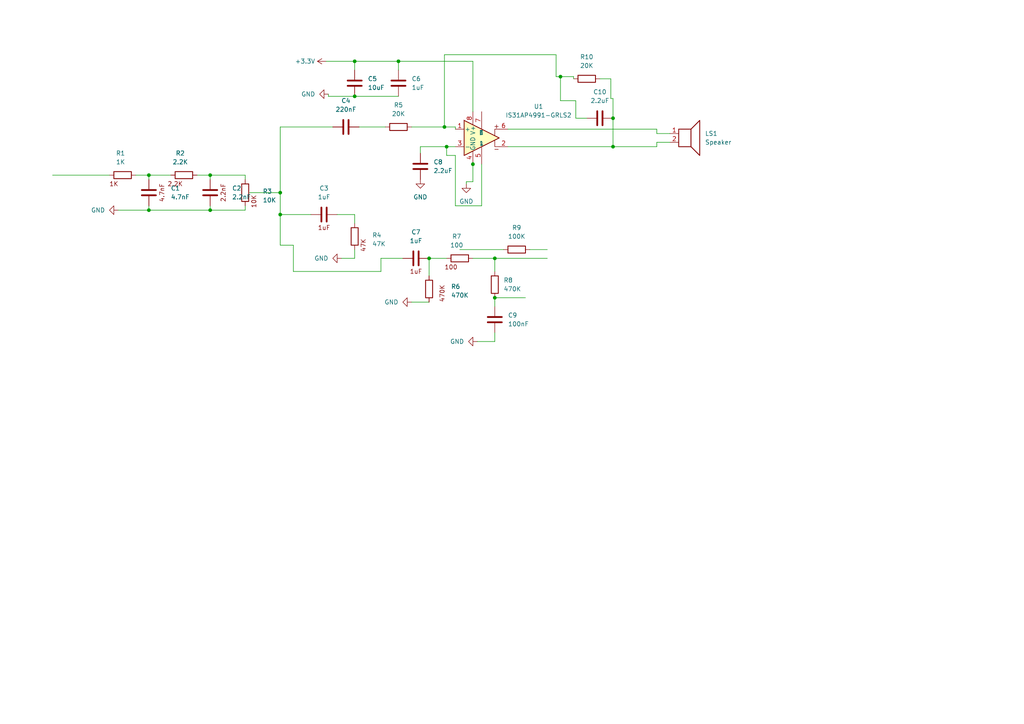
<source format=kicad_sch>
(kicad_sch (version 20211123) (generator eeschema)

  (uuid 410842c0-7bcf-4b1e-85b7-ff14bc9beacc)

  (paper "A4")

  (lib_symbols
    (symbol "Amplifier_Audio:IS31AP4991-GRLS2" (pin_names (offset 0.127)) (in_bom yes) (on_board yes)
      (property "Reference" "U" (id 0) (at 5.08 7.62 0)
        (effects (font (size 1.27 1.27)))
      )
      (property "Value" "IS31AP4991-GRLS2" (id 1) (at 10.16 5.08 0)
        (effects (font (size 1.27 1.27)))
      )
      (property "Footprint" "Package_SO:SOP-8_3.9x4.9mm_P1.27mm" (id 2) (at 0 0 0)
        (effects (font (size 1.27 1.27)) hide)
      )
      (property "Datasheet" "http://www.issi.com/WW/pdf/31AP4991.pdf" (id 3) (at 0 0 0)
        (effects (font (size 1.27 1.27)) hide)
      )
      (property "ki_keywords" "ultra low consumption distortion" (id 4) (at 0 0 0)
        (effects (font (size 1.27 1.27)) hide)
      )
      (property "ki_description" "1.2W, 2.7-5.5V, Audio Power Amplifier, Active-Low Standby, SOP-8" (id 5) (at 0 0 0)
        (effects (font (size 1.27 1.27)) hide)
      )
      (property "ki_fp_filters" "SOP*3.9x4.9mm*P1.27mm*" (id 6) (at 0 0 0)
        (effects (font (size 1.27 1.27)) hide)
      )
      (symbol "IS31AP4991-GRLS2_0_1"
        (polyline
          (pts
            (xy 3.81 -3.302)
            (xy 4.826 -3.302)
          )
          (stroke (width 0) (type default) (color 0 0 0 0))
          (fill (type none))
        )
        (polyline
          (pts
            (xy 4.318 3.81)
            (xy 4.318 2.794)
          )
          (stroke (width 0) (type default) (color 0 0 0 0))
          (fill (type none))
        )
        (polyline
          (pts
            (xy 4.826 3.302)
            (xy 3.81 3.302)
          )
          (stroke (width 0) (type default) (color 0 0 0 0))
          (fill (type none))
        )
      )
      (symbol "IS31AP4991-GRLS2_1_1"
        (polyline
          (pts
            (xy 3.81 -0.635)
            (xy 3.81 -2.54)
            (xy 5.08 -2.54)
          )
          (stroke (width 0) (type default) (color 0 0 0 0))
          (fill (type none))
        )
        (polyline
          (pts
            (xy 5.08 2.54)
            (xy 3.81 2.54)
            (xy 3.81 0.635)
          )
          (stroke (width 0) (type default) (color 0 0 0 0))
          (fill (type none))
        )
        (polyline
          (pts
            (xy -5.08 5.08)
            (xy 5.08 0)
            (xy -5.08 -5.08)
            (xy -5.08 5.08)
          )
          (stroke (width 0.254) (type default) (color 0 0 0 0))
          (fill (type background))
        )
        (pin input line (at -7.62 2.54 0) (length 2.54)
          (name "+" (effects (font (size 1.27 1.27))))
          (number "1" (effects (font (size 1.27 1.27))))
        )
        (pin output line (at 7.62 -2.54 180) (length 2.54)
          (name "~" (effects (font (size 1.27 1.27))))
          (number "2" (effects (font (size 1.27 1.27))))
        )
        (pin input line (at -7.62 -2.54 0) (length 2.54)
          (name "-" (effects (font (size 1.27 1.27))))
          (number "3" (effects (font (size 1.27 1.27))))
        )
        (pin power_in line (at -2.54 -7.62 90) (length 3.81)
          (name "GND" (effects (font (size 1.27 1.27))))
          (number "4" (effects (font (size 1.27 1.27))))
        )
        (pin passive line (at 0 -7.62 90) (length 5.08)
          (name "BYP" (effects (font (size 0.508 0.508))))
          (number "5" (effects (font (size 1.27 1.27))))
        )
        (pin output line (at 7.62 2.54 180) (length 2.54)
          (name "~" (effects (font (size 1.27 1.27))))
          (number "6" (effects (font (size 1.27 1.27))))
        )
        (pin input line (at 0 7.62 270) (length 5.08)
          (name "~{SDB}" (effects (font (size 0.508 0.508))))
          (number "7" (effects (font (size 1.27 1.27))))
        )
        (pin power_in line (at -2.54 7.62 270) (length 3.81)
          (name "V+" (effects (font (size 1.27 1.27))))
          (number "8" (effects (font (size 1.27 1.27))))
        )
      )
    )
    (symbol "C_1" (pin_numbers hide) (pin_names (offset 0.254)) (in_bom yes) (on_board yes)
      (property "Reference" "C" (id 0) (at 0.635 2.54 0)
        (effects (font (size 1.27 1.27)) (justify left))
      )
      (property "Value" "C_1" (id 1) (at 0.635 -2.54 0)
        (effects (font (size 1.27 1.27)) (justify left))
      )
      (property "Footprint" "" (id 2) (at 0.9652 -3.81 0)
        (effects (font (size 1.27 1.27)) hide)
      )
      (property "Datasheet" "~" (id 3) (at 0 0 0)
        (effects (font (size 1.27 1.27)) hide)
      )
      (property "ki_keywords" "cap capacitor" (id 4) (at 0 0 0)
        (effects (font (size 1.27 1.27)) hide)
      )
      (property "ki_description" "Unpolarized capacitor" (id 5) (at 0 0 0)
        (effects (font (size 1.27 1.27)) hide)
      )
      (property "ki_fp_filters" "C_*" (id 6) (at 0 0 0)
        (effects (font (size 1.27 1.27)) hide)
      )
      (symbol "C_1_0_0"
        (text "2.2nF" (at 3.81 0 900)
          (effects (font (size 1.27 1.27)))
        )
      )
      (symbol "C_1_0_1"
        (polyline
          (pts
            (xy -2.032 -0.762)
            (xy 2.032 -0.762)
          )
          (stroke (width 0.508) (type default) (color 0 0 0 0))
          (fill (type none))
        )
        (polyline
          (pts
            (xy -2.032 0.762)
            (xy 2.032 0.762)
          )
          (stroke (width 0.508) (type default) (color 0 0 0 0))
          (fill (type none))
        )
      )
      (symbol "C_1_1_1"
        (pin passive line (at 0 3.81 270) (length 2.794)
          (name "~" (effects (font (size 1.27 1.27))))
          (number "1" (effects (font (size 1.27 1.27))))
        )
        (pin passive line (at 0 -3.81 90) (length 2.794)
          (name "~" (effects (font (size 1.27 1.27))))
          (number "2" (effects (font (size 1.27 1.27))))
        )
      )
    )
    (symbol "C_2" (pin_numbers hide) (pin_names (offset 0.254)) (in_bom yes) (on_board yes)
      (property "Reference" "C" (id 0) (at 0.635 2.54 0)
        (effects (font (size 1.27 1.27)) (justify left))
      )
      (property "Value" "C_2" (id 1) (at 0.635 -2.54 0)
        (effects (font (size 1.27 1.27)) (justify left))
      )
      (property "Footprint" "" (id 2) (at 0.9652 -3.81 0)
        (effects (font (size 1.27 1.27)) hide)
      )
      (property "Datasheet" "~" (id 3) (at 0 0 0)
        (effects (font (size 1.27 1.27)) hide)
      )
      (property "ki_keywords" "cap capacitor" (id 4) (at 0 0 0)
        (effects (font (size 1.27 1.27)) hide)
      )
      (property "ki_description" "Unpolarized capacitor" (id 5) (at 0 0 0)
        (effects (font (size 1.27 1.27)) hide)
      )
      (property "ki_fp_filters" "C_*" (id 6) (at 0 0 0)
        (effects (font (size 1.27 1.27)) hide)
      )
      (symbol "C_2_0_0"
        (text "1uF" (at 3.81 0 900)
          (effects (font (size 1.27 1.27)))
        )
      )
      (symbol "C_2_0_1"
        (polyline
          (pts
            (xy -2.032 -0.762)
            (xy 2.032 -0.762)
          )
          (stroke (width 0.508) (type default) (color 0 0 0 0))
          (fill (type none))
        )
        (polyline
          (pts
            (xy -2.032 0.762)
            (xy 2.032 0.762)
          )
          (stroke (width 0.508) (type default) (color 0 0 0 0))
          (fill (type none))
        )
      )
      (symbol "C_2_1_1"
        (pin passive line (at 0 3.81 270) (length 2.794)
          (name "~" (effects (font (size 1.27 1.27))))
          (number "1" (effects (font (size 1.27 1.27))))
        )
        (pin passive line (at 0 -3.81 90) (length 2.794)
          (name "~" (effects (font (size 1.27 1.27))))
          (number "2" (effects (font (size 1.27 1.27))))
        )
      )
    )
    (symbol "C_3" (pin_numbers hide) (pin_names (offset 0.254)) (in_bom yes) (on_board yes)
      (property "Reference" "C" (id 0) (at 0.635 2.54 0)
        (effects (font (size 1.27 1.27)) (justify left))
      )
      (property "Value" "C_3" (id 1) (at 0.635 -2.54 0)
        (effects (font (size 1.27 1.27)) (justify left))
      )
      (property "Footprint" "" (id 2) (at 0.9652 -3.81 0)
        (effects (font (size 1.27 1.27)) hide)
      )
      (property "Datasheet" "~" (id 3) (at 0 0 0)
        (effects (font (size 1.27 1.27)) hide)
      )
      (property "ki_keywords" "cap capacitor" (id 4) (at 0 0 0)
        (effects (font (size 1.27 1.27)) hide)
      )
      (property "ki_description" "Unpolarized capacitor" (id 5) (at 0 0 0)
        (effects (font (size 1.27 1.27)) hide)
      )
      (property "ki_fp_filters" "C_*" (id 6) (at 0 0 0)
        (effects (font (size 1.27 1.27)) hide)
      )
      (symbol "C_3_0_0"
        (text "1uF" (at 3.81 0 900)
          (effects (font (size 1.27 1.27)))
        )
      )
      (symbol "C_3_0_1"
        (polyline
          (pts
            (xy -2.032 -0.762)
            (xy 2.032 -0.762)
          )
          (stroke (width 0.508) (type default) (color 0 0 0 0))
          (fill (type none))
        )
        (polyline
          (pts
            (xy -2.032 0.762)
            (xy 2.032 0.762)
          )
          (stroke (width 0.508) (type default) (color 0 0 0 0))
          (fill (type none))
        )
      )
      (symbol "C_3_1_1"
        (pin passive line (at 0 3.81 270) (length 2.794)
          (name "~" (effects (font (size 1.27 1.27))))
          (number "1" (effects (font (size 1.27 1.27))))
        )
        (pin passive line (at 0 -3.81 90) (length 2.794)
          (name "~" (effects (font (size 1.27 1.27))))
          (number "2" (effects (font (size 1.27 1.27))))
        )
      )
    )
    (symbol "C_4" (pin_numbers hide) (pin_names (offset 0.254)) (in_bom yes) (on_board yes)
      (property "Reference" "C" (id 0) (at 0.635 2.54 0)
        (effects (font (size 1.27 1.27)) (justify left))
      )
      (property "Value" "C_4" (id 1) (at 0.635 -2.54 0)
        (effects (font (size 1.27 1.27)) (justify left))
      )
      (property "Footprint" "" (id 2) (at 0.9652 -3.81 0)
        (effects (font (size 1.27 1.27)) hide)
      )
      (property "Datasheet" "~" (id 3) (at 0 0 0)
        (effects (font (size 1.27 1.27)) hide)
      )
      (property "ki_keywords" "cap capacitor" (id 4) (at 0 0 0)
        (effects (font (size 1.27 1.27)) hide)
      )
      (property "ki_description" "Unpolarized capacitor" (id 5) (at 0 0 0)
        (effects (font (size 1.27 1.27)) hide)
      )
      (property "ki_fp_filters" "C_*" (id 6) (at 0 0 0)
        (effects (font (size 1.27 1.27)) hide)
      )
      (symbol "C_4_0_1"
        (polyline
          (pts
            (xy -2.032 -0.762)
            (xy 2.032 -0.762)
          )
          (stroke (width 0.508) (type default) (color 0 0 0 0))
          (fill (type none))
        )
        (polyline
          (pts
            (xy -2.032 0.762)
            (xy 2.032 0.762)
          )
          (stroke (width 0.508) (type default) (color 0 0 0 0))
          (fill (type none))
        )
      )
      (symbol "C_4_1_1"
        (pin passive line (at 0 3.81 270) (length 2.794)
          (name "~" (effects (font (size 1.27 1.27))))
          (number "1" (effects (font (size 1.27 1.27))))
        )
        (pin passive line (at 0 -3.81 90) (length 2.794)
          (name "~" (effects (font (size 1.27 1.27))))
          (number "2" (effects (font (size 1.27 1.27))))
        )
      )
    )
    (symbol "C_5" (pin_numbers hide) (pin_names (offset 0.254)) (in_bom yes) (on_board yes)
      (property "Reference" "C" (id 0) (at 0.635 2.54 0)
        (effects (font (size 1.27 1.27)) (justify left))
      )
      (property "Value" "C_5" (id 1) (at 0.635 -2.54 0)
        (effects (font (size 1.27 1.27)) (justify left))
      )
      (property "Footprint" "" (id 2) (at 0.9652 -3.81 0)
        (effects (font (size 1.27 1.27)) hide)
      )
      (property "Datasheet" "~" (id 3) (at 0 0 0)
        (effects (font (size 1.27 1.27)) hide)
      )
      (property "ki_keywords" "cap capacitor" (id 4) (at 0 0 0)
        (effects (font (size 1.27 1.27)) hide)
      )
      (property "ki_description" "Unpolarized capacitor" (id 5) (at 0 0 0)
        (effects (font (size 1.27 1.27)) hide)
      )
      (property "ki_fp_filters" "C_*" (id 6) (at 0 0 0)
        (effects (font (size 1.27 1.27)) hide)
      )
      (symbol "C_5_0_1"
        (polyline
          (pts
            (xy -2.032 -0.762)
            (xy 2.032 -0.762)
          )
          (stroke (width 0.508) (type default) (color 0 0 0 0))
          (fill (type none))
        )
        (polyline
          (pts
            (xy -2.032 0.762)
            (xy 2.032 0.762)
          )
          (stroke (width 0.508) (type default) (color 0 0 0 0))
          (fill (type none))
        )
      )
      (symbol "C_5_1_1"
        (pin passive line (at 0 3.81 270) (length 2.794)
          (name "~" (effects (font (size 1.27 1.27))))
          (number "1" (effects (font (size 1.27 1.27))))
        )
        (pin passive line (at 0 -3.81 90) (length 2.794)
          (name "~" (effects (font (size 1.27 1.27))))
          (number "2" (effects (font (size 1.27 1.27))))
        )
      )
    )
    (symbol "C_6" (pin_numbers hide) (pin_names (offset 0.254)) (in_bom yes) (on_board yes)
      (property "Reference" "C" (id 0) (at 0.635 2.54 0)
        (effects (font (size 1.27 1.27)) (justify left))
      )
      (property "Value" "C_6" (id 1) (at 0.635 -2.54 0)
        (effects (font (size 1.27 1.27)) (justify left))
      )
      (property "Footprint" "" (id 2) (at 0.9652 -3.81 0)
        (effects (font (size 1.27 1.27)) hide)
      )
      (property "Datasheet" "~" (id 3) (at 0 0 0)
        (effects (font (size 1.27 1.27)) hide)
      )
      (property "ki_keywords" "cap capacitor" (id 4) (at 0 0 0)
        (effects (font (size 1.27 1.27)) hide)
      )
      (property "ki_description" "Unpolarized capacitor" (id 5) (at 0 0 0)
        (effects (font (size 1.27 1.27)) hide)
      )
      (property "ki_fp_filters" "C_*" (id 6) (at 0 0 0)
        (effects (font (size 1.27 1.27)) hide)
      )
      (symbol "C_6_0_1"
        (polyline
          (pts
            (xy -2.032 -0.762)
            (xy 2.032 -0.762)
          )
          (stroke (width 0.508) (type default) (color 0 0 0 0))
          (fill (type none))
        )
        (polyline
          (pts
            (xy -2.032 0.762)
            (xy 2.032 0.762)
          )
          (stroke (width 0.508) (type default) (color 0 0 0 0))
          (fill (type none))
        )
      )
      (symbol "C_6_1_1"
        (pin passive line (at 0 3.81 270) (length 2.794)
          (name "~" (effects (font (size 1.27 1.27))))
          (number "1" (effects (font (size 1.27 1.27))))
        )
        (pin passive line (at 0 -3.81 90) (length 2.794)
          (name "~" (effects (font (size 1.27 1.27))))
          (number "2" (effects (font (size 1.27 1.27))))
        )
      )
    )
    (symbol "C_7" (pin_numbers hide) (pin_names (offset 0.254)) (in_bom yes) (on_board yes)
      (property "Reference" "C" (id 0) (at 0.635 2.54 0)
        (effects (font (size 1.27 1.27)) (justify left))
      )
      (property "Value" "C_7" (id 1) (at 0.635 -2.54 0)
        (effects (font (size 1.27 1.27)) (justify left))
      )
      (property "Footprint" "" (id 2) (at 0.9652 -3.81 0)
        (effects (font (size 1.27 1.27)) hide)
      )
      (property "Datasheet" "~" (id 3) (at 0 0 0)
        (effects (font (size 1.27 1.27)) hide)
      )
      (property "ki_keywords" "cap capacitor" (id 4) (at 0 0 0)
        (effects (font (size 1.27 1.27)) hide)
      )
      (property "ki_description" "Unpolarized capacitor" (id 5) (at 0 0 0)
        (effects (font (size 1.27 1.27)) hide)
      )
      (property "ki_fp_filters" "C_*" (id 6) (at 0 0 0)
        (effects (font (size 1.27 1.27)) hide)
      )
      (symbol "C_7_0_1"
        (polyline
          (pts
            (xy -2.032 -0.762)
            (xy 2.032 -0.762)
          )
          (stroke (width 0.508) (type default) (color 0 0 0 0))
          (fill (type none))
        )
        (polyline
          (pts
            (xy -2.032 0.762)
            (xy 2.032 0.762)
          )
          (stroke (width 0.508) (type default) (color 0 0 0 0))
          (fill (type none))
        )
      )
      (symbol "C_7_1_1"
        (pin passive line (at 0 3.81 270) (length 2.794)
          (name "~" (effects (font (size 1.27 1.27))))
          (number "1" (effects (font (size 1.27 1.27))))
        )
        (pin passive line (at 0 -3.81 90) (length 2.794)
          (name "~" (effects (font (size 1.27 1.27))))
          (number "2" (effects (font (size 1.27 1.27))))
        )
      )
    )
    (symbol "C_8" (pin_numbers hide) (pin_names (offset 0.254)) (in_bom yes) (on_board yes)
      (property "Reference" "C" (id 0) (at 0.635 2.54 0)
        (effects (font (size 1.27 1.27)) (justify left))
      )
      (property "Value" "C_8" (id 1) (at 0.635 -2.54 0)
        (effects (font (size 1.27 1.27)) (justify left))
      )
      (property "Footprint" "" (id 2) (at 0.9652 -3.81 0)
        (effects (font (size 1.27 1.27)) hide)
      )
      (property "Datasheet" "~" (id 3) (at 0 0 0)
        (effects (font (size 1.27 1.27)) hide)
      )
      (property "ki_keywords" "cap capacitor" (id 4) (at 0 0 0)
        (effects (font (size 1.27 1.27)) hide)
      )
      (property "ki_description" "Unpolarized capacitor" (id 5) (at 0 0 0)
        (effects (font (size 1.27 1.27)) hide)
      )
      (property "ki_fp_filters" "C_*" (id 6) (at 0 0 0)
        (effects (font (size 1.27 1.27)) hide)
      )
      (symbol "C_8_0_1"
        (polyline
          (pts
            (xy -2.032 -0.762)
            (xy 2.032 -0.762)
          )
          (stroke (width 0.508) (type default) (color 0 0 0 0))
          (fill (type none))
        )
        (polyline
          (pts
            (xy -2.032 0.762)
            (xy 2.032 0.762)
          )
          (stroke (width 0.508) (type default) (color 0 0 0 0))
          (fill (type none))
        )
      )
      (symbol "C_8_1_1"
        (pin passive line (at 0 3.81 270) (length 2.794)
          (name "~" (effects (font (size 1.27 1.27))))
          (number "1" (effects (font (size 1.27 1.27))))
        )
        (pin passive line (at 0 -3.81 90) (length 2.794)
          (name "~" (effects (font (size 1.27 1.27))))
          (number "2" (effects (font (size 1.27 1.27))))
        )
      )
    )
    (symbol "C_9" (pin_numbers hide) (pin_names (offset 0.254)) (in_bom yes) (on_board yes)
      (property "Reference" "C" (id 0) (at 0.635 2.54 0)
        (effects (font (size 1.27 1.27)) (justify left))
      )
      (property "Value" "C_9" (id 1) (at 0.635 -2.54 0)
        (effects (font (size 1.27 1.27)) (justify left))
      )
      (property "Footprint" "" (id 2) (at 0.9652 -3.81 0)
        (effects (font (size 1.27 1.27)) hide)
      )
      (property "Datasheet" "~" (id 3) (at 0 0 0)
        (effects (font (size 1.27 1.27)) hide)
      )
      (property "ki_keywords" "cap capacitor" (id 4) (at 0 0 0)
        (effects (font (size 1.27 1.27)) hide)
      )
      (property "ki_description" "Unpolarized capacitor" (id 5) (at 0 0 0)
        (effects (font (size 1.27 1.27)) hide)
      )
      (property "ki_fp_filters" "C_*" (id 6) (at 0 0 0)
        (effects (font (size 1.27 1.27)) hide)
      )
      (symbol "C_9_0_1"
        (polyline
          (pts
            (xy -2.032 -0.762)
            (xy 2.032 -0.762)
          )
          (stroke (width 0.508) (type default) (color 0 0 0 0))
          (fill (type none))
        )
        (polyline
          (pts
            (xy -2.032 0.762)
            (xy 2.032 0.762)
          )
          (stroke (width 0.508) (type default) (color 0 0 0 0))
          (fill (type none))
        )
      )
      (symbol "C_9_1_1"
        (pin passive line (at 0 3.81 270) (length 2.794)
          (name "~" (effects (font (size 1.27 1.27))))
          (number "1" (effects (font (size 1.27 1.27))))
        )
        (pin passive line (at 0 -3.81 90) (length 2.794)
          (name "~" (effects (font (size 1.27 1.27))))
          (number "2" (effects (font (size 1.27 1.27))))
        )
      )
    )
    (symbol "Device:C" (pin_numbers hide) (pin_names (offset 0.254)) (in_bom yes) (on_board yes)
      (property "Reference" "C" (id 0) (at 0.635 2.54 0)
        (effects (font (size 1.27 1.27)) (justify left))
      )
      (property "Value" "C" (id 1) (at 0.635 -2.54 0)
        (effects (font (size 1.27 1.27)) (justify left))
      )
      (property "Footprint" "" (id 2) (at 0.9652 -3.81 0)
        (effects (font (size 1.27 1.27)) hide)
      )
      (property "Datasheet" "~" (id 3) (at 0 0 0)
        (effects (font (size 1.27 1.27)) hide)
      )
      (property "ki_keywords" "cap capacitor" (id 4) (at 0 0 0)
        (effects (font (size 1.27 1.27)) hide)
      )
      (property "ki_description" "Unpolarized capacitor" (id 5) (at 0 0 0)
        (effects (font (size 1.27 1.27)) hide)
      )
      (property "ki_fp_filters" "C_*" (id 6) (at 0 0 0)
        (effects (font (size 1.27 1.27)) hide)
      )
      (symbol "C_0_0"
        (text "4.7nF" (at 3.81 0 900)
          (effects (font (size 1.27 1.27)))
        )
      )
      (symbol "C_0_1"
        (polyline
          (pts
            (xy -2.032 -0.762)
            (xy 2.032 -0.762)
          )
          (stroke (width 0.508) (type default) (color 0 0 0 0))
          (fill (type none))
        )
        (polyline
          (pts
            (xy -2.032 0.762)
            (xy 2.032 0.762)
          )
          (stroke (width 0.508) (type default) (color 0 0 0 0))
          (fill (type none))
        )
      )
      (symbol "C_1_1"
        (pin passive line (at 0 3.81 270) (length 2.794)
          (name "~" (effects (font (size 1.27 1.27))))
          (number "1" (effects (font (size 1.27 1.27))))
        )
        (pin passive line (at 0 -3.81 90) (length 2.794)
          (name "~" (effects (font (size 1.27 1.27))))
          (number "2" (effects (font (size 1.27 1.27))))
        )
      )
    )
    (symbol "Device:R" (pin_numbers hide) (pin_names (offset 0)) (in_bom yes) (on_board yes)
      (property "Reference" "R" (id 0) (at 2.032 0 90)
        (effects (font (size 1.27 1.27)))
      )
      (property "Value" "R" (id 1) (at 0 0 90)
        (effects (font (size 1.27 1.27)))
      )
      (property "Footprint" "" (id 2) (at -1.778 0 90)
        (effects (font (size 1.27 1.27)) hide)
      )
      (property "Datasheet" "~" (id 3) (at 0 0 0)
        (effects (font (size 1.27 1.27)) hide)
      )
      (property "ki_keywords" "R res resistor" (id 4) (at 0 0 0)
        (effects (font (size 1.27 1.27)) hide)
      )
      (property "ki_description" "Resistor" (id 5) (at 0 0 0)
        (effects (font (size 1.27 1.27)) hide)
      )
      (property "ki_fp_filters" "R_*" (id 6) (at 0 0 0)
        (effects (font (size 1.27 1.27)) hide)
      )
      (symbol "R_0_0"
        (text "1K" (at 2.54 -2.54 900)
          (effects (font (size 1.27 1.27)))
        )
      )
      (symbol "R_0_1"
        (rectangle (start -1.016 -2.54) (end 1.016 2.54)
          (stroke (width 0.254) (type default) (color 0 0 0 0))
          (fill (type none))
        )
      )
      (symbol "R_1_1"
        (pin passive line (at 0 3.81 270) (length 1.27)
          (name "~" (effects (font (size 1.27 1.27))))
          (number "1" (effects (font (size 1.27 1.27))))
        )
        (pin passive line (at 0 -3.81 90) (length 1.27)
          (name "~" (effects (font (size 1.27 1.27))))
          (number "2" (effects (font (size 1.27 1.27))))
        )
      )
    )
    (symbol "Device:Speaker" (pin_names (offset 0) hide) (in_bom yes) (on_board yes)
      (property "Reference" "LS" (id 0) (at 1.27 5.715 0)
        (effects (font (size 1.27 1.27)) (justify right))
      )
      (property "Value" "Speaker" (id 1) (at 1.27 3.81 0)
        (effects (font (size 1.27 1.27)) (justify right))
      )
      (property "Footprint" "" (id 2) (at 0 -5.08 0)
        (effects (font (size 1.27 1.27)) hide)
      )
      (property "Datasheet" "~" (id 3) (at -0.254 -1.27 0)
        (effects (font (size 1.27 1.27)) hide)
      )
      (property "ki_keywords" "speaker sound" (id 4) (at 0 0 0)
        (effects (font (size 1.27 1.27)) hide)
      )
      (property "ki_description" "Speaker" (id 5) (at 0 0 0)
        (effects (font (size 1.27 1.27)) hide)
      )
      (symbol "Speaker_0_0"
        (rectangle (start -2.54 1.27) (end 1.016 -3.81)
          (stroke (width 0.254) (type default) (color 0 0 0 0))
          (fill (type none))
        )
        (polyline
          (pts
            (xy 1.016 1.27)
            (xy 3.556 3.81)
            (xy 3.556 -6.35)
            (xy 1.016 -3.81)
          )
          (stroke (width 0.254) (type default) (color 0 0 0 0))
          (fill (type none))
        )
      )
      (symbol "Speaker_1_1"
        (pin input line (at -5.08 0 0) (length 2.54)
          (name "1" (effects (font (size 1.27 1.27))))
          (number "1" (effects (font (size 1.27 1.27))))
        )
        (pin input line (at -5.08 -2.54 0) (length 2.54)
          (name "2" (effects (font (size 1.27 1.27))))
          (number "2" (effects (font (size 1.27 1.27))))
        )
      )
    )
    (symbol "R_1" (pin_numbers hide) (pin_names (offset 0)) (in_bom yes) (on_board yes)
      (property "Reference" "R" (id 0) (at 2.032 0 90)
        (effects (font (size 1.27 1.27)))
      )
      (property "Value" "R_1" (id 1) (at 0 0 90)
        (effects (font (size 1.27 1.27)))
      )
      (property "Footprint" "" (id 2) (at -1.778 0 90)
        (effects (font (size 1.27 1.27)) hide)
      )
      (property "Datasheet" "~" (id 3) (at 0 0 0)
        (effects (font (size 1.27 1.27)) hide)
      )
      (property "ki_keywords" "R res resistor" (id 4) (at 0 0 0)
        (effects (font (size 1.27 1.27)) hide)
      )
      (property "ki_description" "Resistor" (id 5) (at 0 0 0)
        (effects (font (size 1.27 1.27)) hide)
      )
      (property "ki_fp_filters" "R_*" (id 6) (at 0 0 0)
        (effects (font (size 1.27 1.27)) hide)
      )
      (symbol "R_1_0_0"
        (text "2.2K" (at 2.54 -2.54 900)
          (effects (font (size 1.27 1.27)))
        )
      )
      (symbol "R_1_0_1"
        (rectangle (start -1.016 -2.54) (end 1.016 2.54)
          (stroke (width 0.254) (type default) (color 0 0 0 0))
          (fill (type none))
        )
      )
      (symbol "R_1_1_1"
        (pin passive line (at 0 3.81 270) (length 1.27)
          (name "~" (effects (font (size 1.27 1.27))))
          (number "1" (effects (font (size 1.27 1.27))))
        )
        (pin passive line (at 0 -3.81 90) (length 1.27)
          (name "~" (effects (font (size 1.27 1.27))))
          (number "2" (effects (font (size 1.27 1.27))))
        )
      )
    )
    (symbol "R_2" (pin_numbers hide) (pin_names (offset 0)) (in_bom yes) (on_board yes)
      (property "Reference" "R" (id 0) (at 2.032 0 90)
        (effects (font (size 1.27 1.27)))
      )
      (property "Value" "R_2" (id 1) (at 0 0 90)
        (effects (font (size 1.27 1.27)))
      )
      (property "Footprint" "" (id 2) (at -1.778 0 90)
        (effects (font (size 1.27 1.27)) hide)
      )
      (property "Datasheet" "~" (id 3) (at 0 0 0)
        (effects (font (size 1.27 1.27)) hide)
      )
      (property "ki_keywords" "R res resistor" (id 4) (at 0 0 0)
        (effects (font (size 1.27 1.27)) hide)
      )
      (property "ki_description" "Resistor" (id 5) (at 0 0 0)
        (effects (font (size 1.27 1.27)) hide)
      )
      (property "ki_fp_filters" "R_*" (id 6) (at 0 0 0)
        (effects (font (size 1.27 1.27)) hide)
      )
      (symbol "R_2_0_0"
        (text "10K" (at 2.54 -2.54 900)
          (effects (font (size 1.27 1.27)))
        )
      )
      (symbol "R_2_0_1"
        (rectangle (start -1.016 -2.54) (end 1.016 2.54)
          (stroke (width 0.254) (type default) (color 0 0 0 0))
          (fill (type none))
        )
      )
      (symbol "R_2_1_1"
        (pin passive line (at 0 3.81 270) (length 1.27)
          (name "~" (effects (font (size 1.27 1.27))))
          (number "1" (effects (font (size 1.27 1.27))))
        )
        (pin passive line (at 0 -3.81 90) (length 1.27)
          (name "~" (effects (font (size 1.27 1.27))))
          (number "2" (effects (font (size 1.27 1.27))))
        )
      )
    )
    (symbol "R_3" (pin_numbers hide) (pin_names (offset 0)) (in_bom yes) (on_board yes)
      (property "Reference" "R" (id 0) (at 2.032 0 90)
        (effects (font (size 1.27 1.27)))
      )
      (property "Value" "R_3" (id 1) (at 0 0 90)
        (effects (font (size 1.27 1.27)))
      )
      (property "Footprint" "" (id 2) (at -1.778 0 90)
        (effects (font (size 1.27 1.27)) hide)
      )
      (property "Datasheet" "~" (id 3) (at 0 0 0)
        (effects (font (size 1.27 1.27)) hide)
      )
      (property "ki_keywords" "R res resistor" (id 4) (at 0 0 0)
        (effects (font (size 1.27 1.27)) hide)
      )
      (property "ki_description" "Resistor" (id 5) (at 0 0 0)
        (effects (font (size 1.27 1.27)) hide)
      )
      (property "ki_fp_filters" "R_*" (id 6) (at 0 0 0)
        (effects (font (size 1.27 1.27)) hide)
      )
      (symbol "R_3_0_0"
        (text "47K" (at 2.54 -2.54 900)
          (effects (font (size 1.27 1.27)))
        )
      )
      (symbol "R_3_0_1"
        (rectangle (start -1.016 -2.54) (end 1.016 2.54)
          (stroke (width 0.254) (type default) (color 0 0 0 0))
          (fill (type none))
        )
      )
      (symbol "R_3_1_1"
        (pin passive line (at 0 3.81 270) (length 1.27)
          (name "~" (effects (font (size 1.27 1.27))))
          (number "1" (effects (font (size 1.27 1.27))))
        )
        (pin passive line (at 0 -3.81 90) (length 1.27)
          (name "~" (effects (font (size 1.27 1.27))))
          (number "2" (effects (font (size 1.27 1.27))))
        )
      )
    )
    (symbol "R_4" (pin_numbers hide) (pin_names (offset 0)) (in_bom yes) (on_board yes)
      (property "Reference" "R" (id 0) (at 2.032 0 90)
        (effects (font (size 1.27 1.27)))
      )
      (property "Value" "R_4" (id 1) (at 0 0 90)
        (effects (font (size 1.27 1.27)))
      )
      (property "Footprint" "" (id 2) (at -1.778 0 90)
        (effects (font (size 1.27 1.27)) hide)
      )
      (property "Datasheet" "~" (id 3) (at 0 0 0)
        (effects (font (size 1.27 1.27)) hide)
      )
      (property "ki_keywords" "R res resistor" (id 4) (at 0 0 0)
        (effects (font (size 1.27 1.27)) hide)
      )
      (property "ki_description" "Resistor" (id 5) (at 0 0 0)
        (effects (font (size 1.27 1.27)) hide)
      )
      (property "ki_fp_filters" "R_*" (id 6) (at 0 0 0)
        (effects (font (size 1.27 1.27)) hide)
      )
      (symbol "R_4_0_0"
        (text "470K" (at 3.81 -1.27 900)
          (effects (font (size 1.27 1.27)))
        )
      )
      (symbol "R_4_0_1"
        (rectangle (start -1.016 -2.54) (end 1.016 2.54)
          (stroke (width 0.254) (type default) (color 0 0 0 0))
          (fill (type none))
        )
      )
      (symbol "R_4_1_1"
        (pin passive line (at 0 3.81 270) (length 1.27)
          (name "~" (effects (font (size 1.27 1.27))))
          (number "1" (effects (font (size 1.27 1.27))))
        )
        (pin passive line (at 0 -3.81 90) (length 1.27)
          (name "~" (effects (font (size 1.27 1.27))))
          (number "2" (effects (font (size 1.27 1.27))))
        )
      )
    )
    (symbol "R_5" (pin_numbers hide) (pin_names (offset 0)) (in_bom yes) (on_board yes)
      (property "Reference" "R" (id 0) (at 2.032 0 90)
        (effects (font (size 1.27 1.27)))
      )
      (property "Value" "R_5" (id 1) (at 0 0 90)
        (effects (font (size 1.27 1.27)))
      )
      (property "Footprint" "" (id 2) (at -1.778 0 90)
        (effects (font (size 1.27 1.27)) hide)
      )
      (property "Datasheet" "~" (id 3) (at 0 0 0)
        (effects (font (size 1.27 1.27)) hide)
      )
      (property "ki_keywords" "R res resistor" (id 4) (at 0 0 0)
        (effects (font (size 1.27 1.27)) hide)
      )
      (property "ki_description" "Resistor" (id 5) (at 0 0 0)
        (effects (font (size 1.27 1.27)) hide)
      )
      (property "ki_fp_filters" "R_*" (id 6) (at 0 0 0)
        (effects (font (size 1.27 1.27)) hide)
      )
      (symbol "R_5_0_0"
        (text "100" (at 2.54 -2.54 900)
          (effects (font (size 1.27 1.27)))
        )
      )
      (symbol "R_5_0_1"
        (rectangle (start -1.016 -2.54) (end 1.016 2.54)
          (stroke (width 0.254) (type default) (color 0 0 0 0))
          (fill (type none))
        )
      )
      (symbol "R_5_1_1"
        (pin passive line (at 0 3.81 270) (length 1.27)
          (name "~" (effects (font (size 1.27 1.27))))
          (number "1" (effects (font (size 1.27 1.27))))
        )
        (pin passive line (at 0 -3.81 90) (length 1.27)
          (name "~" (effects (font (size 1.27 1.27))))
          (number "2" (effects (font (size 1.27 1.27))))
        )
      )
    )
    (symbol "R_6" (pin_numbers hide) (pin_names (offset 0)) (in_bom yes) (on_board yes)
      (property "Reference" "R" (id 0) (at 2.032 0 90)
        (effects (font (size 1.27 1.27)))
      )
      (property "Value" "R_6" (id 1) (at 0 0 90)
        (effects (font (size 1.27 1.27)))
      )
      (property "Footprint" "" (id 2) (at -1.778 0 90)
        (effects (font (size 1.27 1.27)) hide)
      )
      (property "Datasheet" "~" (id 3) (at 0 0 0)
        (effects (font (size 1.27 1.27)) hide)
      )
      (property "ki_keywords" "R res resistor" (id 4) (at 0 0 0)
        (effects (font (size 1.27 1.27)) hide)
      )
      (property "ki_description" "Resistor" (id 5) (at 0 0 0)
        (effects (font (size 1.27 1.27)) hide)
      )
      (property "ki_fp_filters" "R_*" (id 6) (at 0 0 0)
        (effects (font (size 1.27 1.27)) hide)
      )
      (symbol "R_6_0_1"
        (rectangle (start -1.016 -2.54) (end 1.016 2.54)
          (stroke (width 0.254) (type default) (color 0 0 0 0))
          (fill (type none))
        )
      )
      (symbol "R_6_1_1"
        (pin passive line (at 0 3.81 270) (length 1.27)
          (name "~" (effects (font (size 1.27 1.27))))
          (number "1" (effects (font (size 1.27 1.27))))
        )
        (pin passive line (at 0 -3.81 90) (length 1.27)
          (name "~" (effects (font (size 1.27 1.27))))
          (number "2" (effects (font (size 1.27 1.27))))
        )
      )
    )
    (symbol "R_7" (pin_numbers hide) (pin_names (offset 0)) (in_bom yes) (on_board yes)
      (property "Reference" "R" (id 0) (at 2.032 0 90)
        (effects (font (size 1.27 1.27)))
      )
      (property "Value" "R_7" (id 1) (at 0 0 90)
        (effects (font (size 1.27 1.27)))
      )
      (property "Footprint" "" (id 2) (at -1.778 0 90)
        (effects (font (size 1.27 1.27)) hide)
      )
      (property "Datasheet" "~" (id 3) (at 0 0 0)
        (effects (font (size 1.27 1.27)) hide)
      )
      (property "ki_keywords" "R res resistor" (id 4) (at 0 0 0)
        (effects (font (size 1.27 1.27)) hide)
      )
      (property "ki_description" "Resistor" (id 5) (at 0 0 0)
        (effects (font (size 1.27 1.27)) hide)
      )
      (property "ki_fp_filters" "R_*" (id 6) (at 0 0 0)
        (effects (font (size 1.27 1.27)) hide)
      )
      (symbol "R_7_0_1"
        (rectangle (start -1.016 -2.54) (end 1.016 2.54)
          (stroke (width 0.254) (type default) (color 0 0 0 0))
          (fill (type none))
        )
      )
      (symbol "R_7_1_1"
        (pin passive line (at 0 3.81 270) (length 1.27)
          (name "~" (effects (font (size 1.27 1.27))))
          (number "1" (effects (font (size 1.27 1.27))))
        )
        (pin passive line (at 0 -3.81 90) (length 1.27)
          (name "~" (effects (font (size 1.27 1.27))))
          (number "2" (effects (font (size 1.27 1.27))))
        )
      )
    )
    (symbol "R_8" (pin_numbers hide) (pin_names (offset 0)) (in_bom yes) (on_board yes)
      (property "Reference" "R" (id 0) (at 2.032 0 90)
        (effects (font (size 1.27 1.27)))
      )
      (property "Value" "R_8" (id 1) (at 0 0 90)
        (effects (font (size 1.27 1.27)))
      )
      (property "Footprint" "" (id 2) (at -1.778 0 90)
        (effects (font (size 1.27 1.27)) hide)
      )
      (property "Datasheet" "~" (id 3) (at 0 0 0)
        (effects (font (size 1.27 1.27)) hide)
      )
      (property "ki_keywords" "R res resistor" (id 4) (at 0 0 0)
        (effects (font (size 1.27 1.27)) hide)
      )
      (property "ki_description" "Resistor" (id 5) (at 0 0 0)
        (effects (font (size 1.27 1.27)) hide)
      )
      (property "ki_fp_filters" "R_*" (id 6) (at 0 0 0)
        (effects (font (size 1.27 1.27)) hide)
      )
      (symbol "R_8_0_1"
        (rectangle (start -1.016 -2.54) (end 1.016 2.54)
          (stroke (width 0.254) (type default) (color 0 0 0 0))
          (fill (type none))
        )
      )
      (symbol "R_8_1_1"
        (pin passive line (at 0 3.81 270) (length 1.27)
          (name "~" (effects (font (size 1.27 1.27))))
          (number "1" (effects (font (size 1.27 1.27))))
        )
        (pin passive line (at 0 -3.81 90) (length 1.27)
          (name "~" (effects (font (size 1.27 1.27))))
          (number "2" (effects (font (size 1.27 1.27))))
        )
      )
    )
    (symbol "R_9" (pin_numbers hide) (pin_names (offset 0)) (in_bom yes) (on_board yes)
      (property "Reference" "R" (id 0) (at 2.032 0 90)
        (effects (font (size 1.27 1.27)))
      )
      (property "Value" "R_9" (id 1) (at 0 0 90)
        (effects (font (size 1.27 1.27)))
      )
      (property "Footprint" "" (id 2) (at -1.778 0 90)
        (effects (font (size 1.27 1.27)) hide)
      )
      (property "Datasheet" "~" (id 3) (at 0 0 0)
        (effects (font (size 1.27 1.27)) hide)
      )
      (property "ki_keywords" "R res resistor" (id 4) (at 0 0 0)
        (effects (font (size 1.27 1.27)) hide)
      )
      (property "ki_description" "Resistor" (id 5) (at 0 0 0)
        (effects (font (size 1.27 1.27)) hide)
      )
      (property "ki_fp_filters" "R_*" (id 6) (at 0 0 0)
        (effects (font (size 1.27 1.27)) hide)
      )
      (symbol "R_9_0_1"
        (rectangle (start -1.016 -2.54) (end 1.016 2.54)
          (stroke (width 0.254) (type default) (color 0 0 0 0))
          (fill (type none))
        )
      )
      (symbol "R_9_1_1"
        (pin passive line (at 0 3.81 270) (length 1.27)
          (name "~" (effects (font (size 1.27 1.27))))
          (number "1" (effects (font (size 1.27 1.27))))
        )
        (pin passive line (at 0 -3.81 90) (length 1.27)
          (name "~" (effects (font (size 1.27 1.27))))
          (number "2" (effects (font (size 1.27 1.27))))
        )
      )
    )
    (symbol "power:+3.3V" (power) (pin_names (offset 0)) (in_bom yes) (on_board yes)
      (property "Reference" "#PWR" (id 0) (at 0 -3.81 0)
        (effects (font (size 1.27 1.27)) hide)
      )
      (property "Value" "+3.3V" (id 1) (at 0 3.556 0)
        (effects (font (size 1.27 1.27)))
      )
      (property "Footprint" "" (id 2) (at 0 0 0)
        (effects (font (size 1.27 1.27)) hide)
      )
      (property "Datasheet" "" (id 3) (at 0 0 0)
        (effects (font (size 1.27 1.27)) hide)
      )
      (property "ki_keywords" "power-flag" (id 4) (at 0 0 0)
        (effects (font (size 1.27 1.27)) hide)
      )
      (property "ki_description" "Power symbol creates a global label with name \"+3.3V\"" (id 5) (at 0 0 0)
        (effects (font (size 1.27 1.27)) hide)
      )
      (symbol "+3.3V_0_1"
        (polyline
          (pts
            (xy -0.762 1.27)
            (xy 0 2.54)
          )
          (stroke (width 0) (type default) (color 0 0 0 0))
          (fill (type none))
        )
        (polyline
          (pts
            (xy 0 0)
            (xy 0 2.54)
          )
          (stroke (width 0) (type default) (color 0 0 0 0))
          (fill (type none))
        )
        (polyline
          (pts
            (xy 0 2.54)
            (xy 0.762 1.27)
          )
          (stroke (width 0) (type default) (color 0 0 0 0))
          (fill (type none))
        )
      )
      (symbol "+3.3V_1_1"
        (pin power_in line (at 0 0 90) (length 0) hide
          (name "+3.3V" (effects (font (size 1.27 1.27))))
          (number "1" (effects (font (size 1.27 1.27))))
        )
      )
    )
    (symbol "power:GND" (power) (pin_names (offset 0)) (in_bom yes) (on_board yes)
      (property "Reference" "#PWR" (id 0) (at 0 -6.35 0)
        (effects (font (size 1.27 1.27)) hide)
      )
      (property "Value" "GND" (id 1) (at 0 -3.81 0)
        (effects (font (size 1.27 1.27)))
      )
      (property "Footprint" "" (id 2) (at 0 0 0)
        (effects (font (size 1.27 1.27)) hide)
      )
      (property "Datasheet" "" (id 3) (at 0 0 0)
        (effects (font (size 1.27 1.27)) hide)
      )
      (property "ki_keywords" "power-flag" (id 4) (at 0 0 0)
        (effects (font (size 1.27 1.27)) hide)
      )
      (property "ki_description" "Power symbol creates a global label with name \"GND\" , ground" (id 5) (at 0 0 0)
        (effects (font (size 1.27 1.27)) hide)
      )
      (symbol "GND_0_1"
        (polyline
          (pts
            (xy 0 0)
            (xy 0 -1.27)
            (xy 1.27 -1.27)
            (xy 0 -2.54)
            (xy -1.27 -1.27)
            (xy 0 -1.27)
          )
          (stroke (width 0) (type default) (color 0 0 0 0))
          (fill (type none))
        )
      )
      (symbol "GND_1_1"
        (pin power_in line (at 0 0 270) (length 0) hide
          (name "GND" (effects (font (size 1.27 1.27))))
          (number "1" (effects (font (size 1.27 1.27))))
        )
      )
    )
  )

  (junction (at 43.18 60.96) (diameter 0) (color 0 0 0 0)
    (uuid 1b2c916c-2e9c-4a58-926a-dcb1ce29d1c2)
  )
  (junction (at 81.28 55.88) (diameter 0) (color 0 0 0 0)
    (uuid 23ed734a-0f95-498d-99f4-489944ac1241)
  )
  (junction (at 115.57 17.78) (diameter 0) (color 0 0 0 0)
    (uuid 33449161-12bb-4351-8c31-9378920d49fc)
  )
  (junction (at 143.51 74.93) (diameter 0) (color 0 0 0 0)
    (uuid 33db3485-6362-424d-ac71-eb57546a301d)
  )
  (junction (at 124.46 74.93) (diameter 0) (color 0 0 0 0)
    (uuid 4546edb7-4886-4e02-8aa0-e625c5c8981f)
  )
  (junction (at 60.96 50.8) (diameter 0) (color 0 0 0 0)
    (uuid 4988217c-2448-4ca0-a8e8-83f074fa9953)
  )
  (junction (at 81.28 62.23) (diameter 0) (color 0 0 0 0)
    (uuid 75830e86-113b-4233-9892-432f46311d53)
  )
  (junction (at 102.87 17.78) (diameter 0) (color 0 0 0 0)
    (uuid 969ae650-cd37-489b-9826-2e97c4a41544)
  )
  (junction (at 177.8 42.545) (diameter 0) (color 0 0 0 0)
    (uuid 9a73042e-5a3f-4f1d-bedf-727546391c11)
  )
  (junction (at 60.96 60.96) (diameter 0) (color 0 0 0 0)
    (uuid ba204c6e-9d44-4b6e-a2fa-ba64d7c41a75)
  )
  (junction (at 102.87 27.94) (diameter 0) (color 0 0 0 0)
    (uuid bf6c3452-b2a4-4a91-a075-f808a4bfe7c2)
  )
  (junction (at 128.905 36.83) (diameter 0) (color 0 0 0 0)
    (uuid c3fe5238-8ae6-4300-a634-c1b163151cd8)
  )
  (junction (at 137.16 47.625) (diameter 0) (color 0 0 0 0)
    (uuid ccd267b1-d551-43f8-8516-e2322c88008d)
  )
  (junction (at 43.18 50.8) (diameter 0) (color 0 0 0 0)
    (uuid d4511811-6ddc-4a69-aa67-5f029d698c91)
  )
  (junction (at 129.54 42.545) (diameter 0) (color 0 0 0 0)
    (uuid d6cdd9c4-38bf-4267-8c91-75086d6852c1)
  )
  (junction (at 162.56 22.225) (diameter 0) (color 0 0 0 0)
    (uuid dfa83cab-125f-4286-913f-6390f691da8f)
  )
  (junction (at 177.8 34.29) (diameter 0) (color 0 0 0 0)
    (uuid ec2fb91e-194c-42f7-9c11-0002755f780f)
  )
  (junction (at 143.51 86.36) (diameter 0) (color 0 0 0 0)
    (uuid ed45a987-bd6a-47ad-928d-b600d216db89)
  )

  (wire (pts (xy 162.56 22.225) (xy 166.37 22.225))
    (stroke (width 0) (type default) (color 0 0 0 0))
    (uuid 00df6bcd-bfd1-4a8a-8d36-4938c0f4b119)
  )
  (wire (pts (xy 102.87 72.39) (xy 102.87 74.93))
    (stroke (width 0) (type default) (color 0 0 0 0))
    (uuid 050393e1-bf27-43d8-ae04-45f0a97a4e35)
  )
  (wire (pts (xy 60.96 59.69) (xy 60.96 60.96))
    (stroke (width 0) (type default) (color 0 0 0 0))
    (uuid 0c59ea37-aed0-43d6-b4ea-cdd33a414c8f)
  )
  (wire (pts (xy 162.56 22.225) (xy 162.56 29.21))
    (stroke (width 0) (type default) (color 0 0 0 0))
    (uuid 10cb5c40-8dad-4d24-8f59-79173e8f3126)
  )
  (wire (pts (xy 119.38 87.63) (xy 124.46 87.63))
    (stroke (width 0) (type default) (color 0 0 0 0))
    (uuid 1301971c-bf83-452b-ac5e-d685cecea874)
  )
  (wire (pts (xy 129.54 42.545) (xy 121.92 42.545))
    (stroke (width 0) (type default) (color 0 0 0 0))
    (uuid 1e90430e-06ed-471a-b9b7-cdc3486a10ed)
  )
  (wire (pts (xy 177.8 42.545) (xy 190.5 42.545))
    (stroke (width 0) (type default) (color 0 0 0 0))
    (uuid 21b5a022-32d6-4a33-ba7c-588af1acf51a)
  )
  (wire (pts (xy 102.87 27.94) (xy 95.25 27.94))
    (stroke (width 0) (type default) (color 0 0 0 0))
    (uuid 22527af7-2bfb-4352-9353-87fa97047ccd)
  )
  (wire (pts (xy 190.5 38.735) (xy 194.31 38.735))
    (stroke (width 0) (type default) (color 0 0 0 0))
    (uuid 23af3f17-3b33-436d-b0ab-d367722cb96f)
  )
  (wire (pts (xy 143.51 74.93) (xy 158.75 74.93))
    (stroke (width 0) (type default) (color 0 0 0 0))
    (uuid 25efb881-5a79-46f0-9069-c7847914d7ee)
  )
  (wire (pts (xy 104.14 36.83) (xy 111.76 36.83))
    (stroke (width 0) (type default) (color 0 0 0 0))
    (uuid 27e5892c-fb43-4259-87d1-5d3be5316138)
  )
  (wire (pts (xy 43.18 50.8) (xy 49.53 50.8))
    (stroke (width 0) (type default) (color 0 0 0 0))
    (uuid 2c327f95-1130-44b5-b8bf-41cd5bc7275f)
  )
  (wire (pts (xy 143.51 96.52) (xy 143.51 99.06))
    (stroke (width 0) (type default) (color 0 0 0 0))
    (uuid 2ebd0db7-bfea-4d80-8861-f4747e05e53f)
  )
  (wire (pts (xy 81.28 55.88) (xy 81.28 62.23))
    (stroke (width 0) (type default) (color 0 0 0 0))
    (uuid 2eebbb98-246d-47d0-93c2-7f7dca060548)
  )
  (wire (pts (xy 60.96 50.8) (xy 71.12 50.8))
    (stroke (width 0) (type default) (color 0 0 0 0))
    (uuid 33c2bc8c-510a-4351-a767-fd422085016c)
  )
  (wire (pts (xy 94.615 17.78) (xy 102.87 17.78))
    (stroke (width 0) (type default) (color 0 0 0 0))
    (uuid 366db84e-21ac-4fb8-89af-9543da2cc657)
  )
  (wire (pts (xy 143.51 86.36) (xy 143.51 88.9))
    (stroke (width 0) (type default) (color 0 0 0 0))
    (uuid 3af4e425-a154-4760-a41d-7c5ce79a4192)
  )
  (wire (pts (xy 177.165 22.86) (xy 177.165 28.575))
    (stroke (width 0) (type default) (color 0 0 0 0))
    (uuid 3d7a637f-900b-44e1-8cf0-589b554da372)
  )
  (wire (pts (xy 128.905 15.875) (xy 161.29 15.875))
    (stroke (width 0) (type default) (color 0 0 0 0))
    (uuid 3da54396-f5b2-4dd7-9d61-b3251b6ef996)
  )
  (wire (pts (xy 124.46 74.93) (xy 124.46 80.01))
    (stroke (width 0) (type default) (color 0 0 0 0))
    (uuid 3e0aedce-cb35-4e1e-831f-d9c5f2814628)
  )
  (wire (pts (xy 43.18 60.96) (xy 60.96 60.96))
    (stroke (width 0) (type default) (color 0 0 0 0))
    (uuid 4478d796-9e7f-4d96-bd02-1580c1597a3c)
  )
  (wire (pts (xy 72.39 55.88) (xy 81.28 55.88))
    (stroke (width 0) (type default) (color 0 0 0 0))
    (uuid 4a477625-d73c-4d54-a1da-26e88ba2cd74)
  )
  (wire (pts (xy 115.57 17.78) (xy 137.16 17.78))
    (stroke (width 0) (type default) (color 0 0 0 0))
    (uuid 4e327c4a-1118-40c2-a592-9c1b39075dcf)
  )
  (wire (pts (xy 81.28 71.12) (xy 85.09 71.12))
    (stroke (width 0) (type default) (color 0 0 0 0))
    (uuid 51e0e8fb-39a7-439e-996b-dd56b752f3c6)
  )
  (wire (pts (xy 71.12 59.69) (xy 71.12 60.96))
    (stroke (width 0) (type default) (color 0 0 0 0))
    (uuid 528b02f2-472c-485e-99ef-5c522037c5be)
  )
  (wire (pts (xy 161.29 15.875) (xy 161.29 22.225))
    (stroke (width 0) (type default) (color 0 0 0 0))
    (uuid 52d94ac5-b7ef-4f3d-803a-73ffc85d6094)
  )
  (wire (pts (xy 147.32 42.545) (xy 177.8 42.545))
    (stroke (width 0) (type default) (color 0 0 0 0))
    (uuid 543678ee-dda1-4d3a-b964-32c569b31e5c)
  )
  (wire (pts (xy 81.28 62.23) (xy 90.17 62.23))
    (stroke (width 0) (type default) (color 0 0 0 0))
    (uuid 5fb8d537-114c-4b6a-9f4e-ffe31ed66d4f)
  )
  (wire (pts (xy 137.16 74.93) (xy 143.51 74.93))
    (stroke (width 0) (type default) (color 0 0 0 0))
    (uuid 60f51b5f-c9a1-4306-ba62-182d728167d6)
  )
  (wire (pts (xy 115.57 17.78) (xy 115.57 20.32))
    (stroke (width 0) (type default) (color 0 0 0 0))
    (uuid 623ba0cc-49f4-4ba9-b913-556975bb5477)
  )
  (wire (pts (xy 102.87 27.94) (xy 115.57 27.94))
    (stroke (width 0) (type default) (color 0 0 0 0))
    (uuid 623e6bcd-3405-48cb-bce7-04833fc5ed89)
  )
  (wire (pts (xy 177.165 28.575) (xy 177.8 28.575))
    (stroke (width 0) (type default) (color 0 0 0 0))
    (uuid 67dbba32-e096-426a-b654-c97441d78921)
  )
  (wire (pts (xy 102.87 62.23) (xy 102.87 64.77))
    (stroke (width 0) (type default) (color 0 0 0 0))
    (uuid 6d1b1291-9a9a-4277-bc2e-1368a302b159)
  )
  (wire (pts (xy 81.28 36.83) (xy 81.28 55.88))
    (stroke (width 0) (type default) (color 0 0 0 0))
    (uuid 6d5e35df-f375-445e-af2e-7ec38c678fe8)
  )
  (wire (pts (xy 132.08 59.69) (xy 132.08 45.085))
    (stroke (width 0) (type default) (color 0 0 0 0))
    (uuid 6f63771d-d8e7-40f8-9375-51fffa8befc7)
  )
  (wire (pts (xy 129.54 45.085) (xy 129.54 42.545))
    (stroke (width 0) (type default) (color 0 0 0 0))
    (uuid 6fb7d709-158d-4c3f-a24a-9d5c76ac3cee)
  )
  (wire (pts (xy 137.16 47.625) (xy 137.16 52.705))
    (stroke (width 0) (type default) (color 0 0 0 0))
    (uuid 70c0983b-5141-4119-b81f-f14291fda308)
  )
  (wire (pts (xy 121.92 42.545) (xy 121.92 44.45))
    (stroke (width 0) (type default) (color 0 0 0 0))
    (uuid 713caeb9-41ab-428b-b083-b9ab769666c5)
  )
  (wire (pts (xy 43.18 59.69) (xy 43.18 60.96))
    (stroke (width 0) (type default) (color 0 0 0 0))
    (uuid 73c227c4-c255-4c71-a4f9-a1a883b10307)
  )
  (wire (pts (xy 124.46 74.93) (xy 129.54 74.93))
    (stroke (width 0) (type default) (color 0 0 0 0))
    (uuid 73cfc631-7d75-4ef9-810d-6dd99c7f73d8)
  )
  (wire (pts (xy 133.35 72.39) (xy 146.05 72.39))
    (stroke (width 0) (type default) (color 0 0 0 0))
    (uuid 845f2df5-046e-4974-9a1b-3474b54f6b8d)
  )
  (wire (pts (xy 15.24 50.8) (xy 31.75 50.8))
    (stroke (width 0) (type default) (color 0 0 0 0))
    (uuid 87113cb5-de55-4f82-aaf5-8073857a39cf)
  )
  (wire (pts (xy 39.37 50.8) (xy 43.18 50.8))
    (stroke (width 0) (type default) (color 0 0 0 0))
    (uuid 89a27b86-24d3-4bd0-961b-25d5b0fa6be1)
  )
  (wire (pts (xy 102.87 17.78) (xy 102.87 20.32))
    (stroke (width 0) (type default) (color 0 0 0 0))
    (uuid 8ed8674c-ffdc-4514-8a5b-e74038e5c169)
  )
  (wire (pts (xy 177.8 28.575) (xy 177.8 34.29))
    (stroke (width 0) (type default) (color 0 0 0 0))
    (uuid 99330c8a-55da-4902-a91f-041bacc57ba2)
  )
  (wire (pts (xy 137.16 52.705) (xy 135.255 52.705))
    (stroke (width 0) (type default) (color 0 0 0 0))
    (uuid 99f91ee4-289d-437d-b86f-c414f0664617)
  )
  (wire (pts (xy 132.08 36.83) (xy 132.08 37.465))
    (stroke (width 0) (type default) (color 0 0 0 0))
    (uuid 9e678c1a-ebc1-4cf0-bce8-a7a59709a95e)
  )
  (wire (pts (xy 85.09 71.12) (xy 85.09 78.74))
    (stroke (width 0) (type default) (color 0 0 0 0))
    (uuid a1ce42b0-f129-4454-b7ab-ce505b58c2fd)
  )
  (wire (pts (xy 34.29 60.96) (xy 43.18 60.96))
    (stroke (width 0) (type default) (color 0 0 0 0))
    (uuid a3eea916-9864-4bc7-9891-1521a3e0aed3)
  )
  (wire (pts (xy 167.005 34.29) (xy 170.18 34.29))
    (stroke (width 0) (type default) (color 0 0 0 0))
    (uuid a42ff7c1-d9ea-42f4-9ac3-6429a6de3e70)
  )
  (wire (pts (xy 85.09 78.74) (xy 110.49 78.74))
    (stroke (width 0) (type default) (color 0 0 0 0))
    (uuid a70789e5-a12b-4c59-ada6-e56b07830d50)
  )
  (wire (pts (xy 190.5 41.275) (xy 194.31 41.275))
    (stroke (width 0) (type default) (color 0 0 0 0))
    (uuid a765b5cb-5149-4216-8746-4c5330b80630)
  )
  (wire (pts (xy 71.12 50.8) (xy 71.12 52.07))
    (stroke (width 0) (type default) (color 0 0 0 0))
    (uuid a7ab8f20-c468-48fb-a962-11776e6661ca)
  )
  (wire (pts (xy 173.99 22.86) (xy 177.165 22.86))
    (stroke (width 0) (type default) (color 0 0 0 0))
    (uuid a8419e47-df57-4f31-8d55-1eb2ee0da0fa)
  )
  (wire (pts (xy 132.08 42.545) (xy 129.54 42.545))
    (stroke (width 0) (type default) (color 0 0 0 0))
    (uuid a94c3487-11c6-4cd4-9cb9-1d6fa77f5de5)
  )
  (wire (pts (xy 43.18 50.8) (xy 43.18 52.07))
    (stroke (width 0) (type default) (color 0 0 0 0))
    (uuid a9ca2f5c-6be7-4f5c-9577-a8c0dd7a3979)
  )
  (wire (pts (xy 153.67 72.39) (xy 158.75 72.39))
    (stroke (width 0) (type default) (color 0 0 0 0))
    (uuid aa078f77-cf4e-4664-aacf-d8b7225d52ed)
  )
  (wire (pts (xy 162.56 29.21) (xy 167.005 29.21))
    (stroke (width 0) (type default) (color 0 0 0 0))
    (uuid ae630494-8836-4747-ac80-58f48eafc1e3)
  )
  (wire (pts (xy 138.43 99.06) (xy 143.51 99.06))
    (stroke (width 0) (type default) (color 0 0 0 0))
    (uuid aea422de-c64b-46ca-96cd-dc8cb94939cc)
  )
  (wire (pts (xy 102.87 17.78) (xy 115.57 17.78))
    (stroke (width 0) (type default) (color 0 0 0 0))
    (uuid b16d41d7-cb5c-4687-94b5-18f11d50931f)
  )
  (wire (pts (xy 190.5 37.465) (xy 190.5 38.735))
    (stroke (width 0) (type default) (color 0 0 0 0))
    (uuid b5448e74-31f6-445f-a99a-cc2deb9ac7a1)
  )
  (wire (pts (xy 177.8 34.29) (xy 177.8 42.545))
    (stroke (width 0) (type default) (color 0 0 0 0))
    (uuid b7097ea7-7635-415d-8b9c-ed0cf3c0adaa)
  )
  (wire (pts (xy 81.28 36.83) (xy 96.52 36.83))
    (stroke (width 0) (type default) (color 0 0 0 0))
    (uuid b8edaffd-64ac-466f-b075-b7c5914581ea)
  )
  (wire (pts (xy 139.7 59.69) (xy 132.08 59.69))
    (stroke (width 0) (type default) (color 0 0 0 0))
    (uuid bbfc8d7c-96a0-4856-bd8b-c947a36f4faf)
  )
  (wire (pts (xy 60.96 50.8) (xy 60.96 52.07))
    (stroke (width 0) (type default) (color 0 0 0 0))
    (uuid be1ef4a2-49d3-45ba-93f7-46f14a19990e)
  )
  (wire (pts (xy 99.06 74.93) (xy 102.87 74.93))
    (stroke (width 0) (type default) (color 0 0 0 0))
    (uuid c6cc385b-96d2-4509-bef0-c28bd9eb31d7)
  )
  (wire (pts (xy 147.32 37.465) (xy 190.5 37.465))
    (stroke (width 0) (type default) (color 0 0 0 0))
    (uuid cb36f57f-ec83-45bf-abdf-a981c14c29d1)
  )
  (wire (pts (xy 97.79 62.23) (xy 102.87 62.23))
    (stroke (width 0) (type default) (color 0 0 0 0))
    (uuid cb8e7dbc-33ab-4413-ab67-f4d0e0531afc)
  )
  (wire (pts (xy 57.15 50.8) (xy 60.96 50.8))
    (stroke (width 0) (type default) (color 0 0 0 0))
    (uuid cf1c114c-bf0c-4ea1-aa75-31c4635a52ea)
  )
  (wire (pts (xy 60.96 60.96) (xy 71.12 60.96))
    (stroke (width 0) (type default) (color 0 0 0 0))
    (uuid d13a9bc6-7ac9-4d28-9c8d-c2e651a11ad8)
  )
  (wire (pts (xy 167.005 29.21) (xy 167.005 34.29))
    (stroke (width 0) (type default) (color 0 0 0 0))
    (uuid d262f652-3b19-4ee1-8cb0-4b4a871111ca)
  )
  (wire (pts (xy 132.08 45.085) (xy 129.54 45.085))
    (stroke (width 0) (type default) (color 0 0 0 0))
    (uuid d3adac01-91f1-4813-b37a-b82e4a66c6a6)
  )
  (wire (pts (xy 81.28 62.23) (xy 81.28 71.12))
    (stroke (width 0) (type default) (color 0 0 0 0))
    (uuid d7cc35b3-8e1b-48d4-9b0f-9c18dbadfcee)
  )
  (wire (pts (xy 139.7 47.625) (xy 139.7 59.69))
    (stroke (width 0) (type default) (color 0 0 0 0))
    (uuid d8bbc124-0509-4583-8083-40210e28b880)
  )
  (wire (pts (xy 137.16 17.78) (xy 137.16 32.385))
    (stroke (width 0) (type default) (color 0 0 0 0))
    (uuid d959c68a-05c2-4812-8c69-e652fd97e617)
  )
  (wire (pts (xy 143.51 86.36) (xy 152.4 86.36))
    (stroke (width 0) (type default) (color 0 0 0 0))
    (uuid db3ba6c2-be3f-4ce2-85a2-5e6d7a75c816)
  )
  (wire (pts (xy 110.49 74.93) (xy 116.84 74.93))
    (stroke (width 0) (type default) (color 0 0 0 0))
    (uuid de14e9fd-ecf3-432c-8937-523d7112614f)
  )
  (wire (pts (xy 161.29 22.225) (xy 162.56 22.225))
    (stroke (width 0) (type default) (color 0 0 0 0))
    (uuid e69c8138-5825-48b6-889b-bed2a1e258cc)
  )
  (wire (pts (xy 143.51 74.93) (xy 143.51 78.74))
    (stroke (width 0) (type default) (color 0 0 0 0))
    (uuid e9c01195-a461-4f86-8b9a-8d89a0f9f658)
  )
  (wire (pts (xy 190.5 42.545) (xy 190.5 41.275))
    (stroke (width 0) (type default) (color 0 0 0 0))
    (uuid eb9b5de6-7f3f-4f93-bad2-d30f1de36c50)
  )
  (wire (pts (xy 119.38 36.83) (xy 128.905 36.83))
    (stroke (width 0) (type default) (color 0 0 0 0))
    (uuid edc84fe9-49e3-4a1b-9d31-11d7a3bc3701)
  )
  (wire (pts (xy 135.255 52.705) (xy 135.255 53.34))
    (stroke (width 0) (type default) (color 0 0 0 0))
    (uuid ee8a7694-ebeb-4632-8e1a-96246d0b9430)
  )
  (wire (pts (xy 128.905 36.83) (xy 132.08 36.83))
    (stroke (width 0) (type default) (color 0 0 0 0))
    (uuid ef91aeb1-21fd-4494-90a4-76ba859fbd24)
  )
  (wire (pts (xy 110.49 78.74) (xy 110.49 74.93))
    (stroke (width 0) (type default) (color 0 0 0 0))
    (uuid f089e357-3f5d-49b9-8e2b-df3b804d08be)
  )
  (wire (pts (xy 166.37 22.225) (xy 166.37 22.86))
    (stroke (width 0) (type default) (color 0 0 0 0))
    (uuid f4f3a4d4-eda7-43d3-b71e-3ffca5f94bc1)
  )
  (wire (pts (xy 137.16 46.99) (xy 137.16 47.625))
    (stroke (width 0) (type default) (color 0 0 0 0))
    (uuid f7e6e779-7fd1-4a63-91e7-da3f3e045814)
  )
  (wire (pts (xy 128.905 36.83) (xy 128.905 15.875))
    (stroke (width 0) (type default) (color 0 0 0 0))
    (uuid ff5cf175-81b8-4a63-b47f-b22805bda29c)
  )
  (wire (pts (xy 95.25 27.305) (xy 95.25 27.94))
    (stroke (width 0) (type default) (color 0 0 0 0))
    (uuid ff8d3f2a-cc6c-4703-b5e1-42e100666627)
  )

  (symbol (lib_id "Device:Speaker") (at 199.39 38.735 0) (unit 1)
    (in_bom yes) (on_board yes) (fields_autoplaced)
    (uuid 0977282a-75bf-497e-b249-538be9d5f3f0)
    (property "Reference" "LS1" (id 0) (at 204.47 38.7349 0)
      (effects (font (size 1.27 1.27)) (justify left))
    )
    (property "Value" "Speaker" (id 1) (at 204.47 41.2749 0)
      (effects (font (size 1.27 1.27)) (justify left))
    )
    (property "Footprint" "" (id 2) (at 199.39 43.815 0)
      (effects (font (size 1.27 1.27)) hide)
    )
    (property "Datasheet" "~" (id 3) (at 199.136 40.005 0)
      (effects (font (size 1.27 1.27)) hide)
    )
    (pin "1" (uuid 05818db5-de90-499b-a705-8981fb45247b))
    (pin "2" (uuid 60c161c9-c2c3-4e31-b73b-e674657aa4ce))
  )

  (symbol (lib_name "C_7") (lib_id "Device:C") (at 115.57 24.13 0) (unit 1)
    (in_bom yes) (on_board yes) (fields_autoplaced)
    (uuid 1a93ed97-6f8a-4e6f-b873-8ffa148ca049)
    (property "Reference" "C6" (id 0) (at 119.38 22.8599 0)
      (effects (font (size 1.27 1.27)) (justify left))
    )
    (property "Value" "1uF" (id 1) (at 119.38 25.3999 0)
      (effects (font (size 1.27 1.27)) (justify left))
    )
    (property "Footprint" "" (id 2) (at 116.5352 27.94 0)
      (effects (font (size 1.27 1.27)) hide)
    )
    (property "Datasheet" "~" (id 3) (at 115.57 24.13 0)
      (effects (font (size 1.27 1.27)) hide)
    )
    (pin "1" (uuid 5a4471e8-a23e-46c9-bc63-32f984657e53))
    (pin "2" (uuid 93279107-14d5-4ca3-b01f-b2f79b357b0d))
  )

  (symbol (lib_name "C_3") (lib_id "Device:C") (at 120.65 74.93 270) (unit 1)
    (in_bom yes) (on_board yes) (fields_autoplaced)
    (uuid 1b3f9639-039d-430c-b327-4183dff3e913)
    (property "Reference" "C7" (id 0) (at 120.65 67.31 90))
    (property "Value" "1uF" (id 1) (at 120.65 69.85 90))
    (property "Footprint" "" (id 2) (at 116.84 75.8952 0)
      (effects (font (size 1.27 1.27)) hide)
    )
    (property "Datasheet" "~" (id 3) (at 120.65 74.93 0)
      (effects (font (size 1.27 1.27)) hide)
    )
    (pin "1" (uuid 4ea6a7d7-2e54-412a-93fc-a2e70a5158eb))
    (pin "2" (uuid f3e0ae95-0085-4371-8ee2-29bb7e50e0db))
  )

  (symbol (lib_name "C_5") (lib_id "Device:C") (at 100.33 36.83 270) (unit 1)
    (in_bom yes) (on_board yes) (fields_autoplaced)
    (uuid 2fe79348-ed23-448f-9b9d-9c8111173e89)
    (property "Reference" "C4" (id 0) (at 100.33 29.21 90))
    (property "Value" "220nF" (id 1) (at 100.33 31.75 90))
    (property "Footprint" "" (id 2) (at 96.52 37.7952 0)
      (effects (font (size 1.27 1.27)) hide)
    )
    (property "Datasheet" "~" (id 3) (at 100.33 36.83 0)
      (effects (font (size 1.27 1.27)) hide)
    )
    (pin "1" (uuid 6ac874f9-c9e9-40b5-8e95-0aeb94b92d10))
    (pin "2" (uuid ee5c0dab-fa2d-47d3-b8b6-533093e8f344))
  )

  (symbol (lib_id "power:GND") (at 99.06 74.93 270) (unit 1)
    (in_bom yes) (on_board yes) (fields_autoplaced)
    (uuid 4bc35d8b-4e87-49bb-9ac1-3a7ccf95b03a)
    (property "Reference" "#PWR04" (id 0) (at 92.71 74.93 0)
      (effects (font (size 1.27 1.27)) hide)
    )
    (property "Value" "GND" (id 1) (at 95.25 74.9299 90)
      (effects (font (size 1.27 1.27)) (justify right))
    )
    (property "Footprint" "" (id 2) (at 99.06 74.93 0)
      (effects (font (size 1.27 1.27)) hide)
    )
    (property "Datasheet" "" (id 3) (at 99.06 74.93 0)
      (effects (font (size 1.27 1.27)) hide)
    )
    (pin "1" (uuid 4f2baa2e-c1f9-49ff-ac6c-ef2e1aa91119))
  )

  (symbol (lib_id "power:GND") (at 34.29 60.96 270) (unit 1)
    (in_bom yes) (on_board yes) (fields_autoplaced)
    (uuid 50814f52-a4e5-4be6-b136-5923680d8fd9)
    (property "Reference" "#PWR01" (id 0) (at 27.94 60.96 0)
      (effects (font (size 1.27 1.27)) hide)
    )
    (property "Value" "GND" (id 1) (at 30.48 60.9599 90)
      (effects (font (size 1.27 1.27)) (justify right))
    )
    (property "Footprint" "" (id 2) (at 34.29 60.96 0)
      (effects (font (size 1.27 1.27)) hide)
    )
    (property "Datasheet" "" (id 3) (at 34.29 60.96 0)
      (effects (font (size 1.27 1.27)) hide)
    )
    (pin "1" (uuid 144559d4-42c5-49c9-ad1a-f72981f66f48))
  )

  (symbol (lib_name "R_9") (lib_id "Device:R") (at 170.18 22.86 270) (unit 1)
    (in_bom yes) (on_board yes) (fields_autoplaced)
    (uuid 62c193e6-b436-457f-9a29-d13e9c4c60e7)
    (property "Reference" "R10" (id 0) (at 170.18 16.51 90))
    (property "Value" "20K" (id 1) (at 170.18 19.05 90))
    (property "Footprint" "" (id 2) (at 170.18 21.082 90)
      (effects (font (size 1.27 1.27)) hide)
    )
    (property "Datasheet" "~" (id 3) (at 170.18 22.86 0)
      (effects (font (size 1.27 1.27)) hide)
    )
    (pin "1" (uuid b7e69f8a-0c3e-48db-9c8e-d97fb8f09a6e))
    (pin "2" (uuid 770d67c3-8339-49dc-824a-a07634d190a4))
  )

  (symbol (lib_name "R_6") (lib_id "Device:R") (at 143.51 82.55 0) (unit 1)
    (in_bom yes) (on_board yes) (fields_autoplaced)
    (uuid 7d41bc4f-c0a7-44be-bb1f-314c3a363ac6)
    (property "Reference" "R8" (id 0) (at 146.05 81.2799 0)
      (effects (font (size 1.27 1.27)) (justify left))
    )
    (property "Value" "470K" (id 1) (at 146.05 83.8199 0)
      (effects (font (size 1.27 1.27)) (justify left))
    )
    (property "Footprint" "" (id 2) (at 141.732 82.55 90)
      (effects (font (size 1.27 1.27)) hide)
    )
    (property "Datasheet" "~" (id 3) (at 143.51 82.55 0)
      (effects (font (size 1.27 1.27)) hide)
    )
    (pin "1" (uuid e766c317-3cb6-4525-8659-c5928153cd2d))
    (pin "2" (uuid 98d37df6-97f8-4cb1-8e01-fd1baceb7af3))
  )

  (symbol (lib_id "power:+3.3V") (at 94.615 17.78 90) (unit 1)
    (in_bom yes) (on_board yes) (fields_autoplaced)
    (uuid 81f1b412-9218-4898-a0f7-c7fdd0c9b0bc)
    (property "Reference" "#PWR02" (id 0) (at 98.425 17.78 0)
      (effects (font (size 1.27 1.27)) hide)
    )
    (property "Value" "+3.3V" (id 1) (at 91.44 17.7799 90)
      (effects (font (size 1.27 1.27)) (justify left))
    )
    (property "Footprint" "" (id 2) (at 94.615 17.78 0)
      (effects (font (size 1.27 1.27)) hide)
    )
    (property "Datasheet" "" (id 3) (at 94.615 17.78 0)
      (effects (font (size 1.27 1.27)) hide)
    )
    (pin "1" (uuid 26ac6bd1-eaf7-4033-b05a-ab5e1a5e277c))
  )

  (symbol (lib_id "power:GND") (at 135.255 53.34 0) (unit 1)
    (in_bom yes) (on_board yes) (fields_autoplaced)
    (uuid 82679c93-50c7-4f79-bbbc-9c18e211e309)
    (property "Reference" "#PWR07" (id 0) (at 135.255 59.69 0)
      (effects (font (size 1.27 1.27)) hide)
    )
    (property "Value" "GND" (id 1) (at 135.255 58.42 0))
    (property "Footprint" "" (id 2) (at 135.255 53.34 0)
      (effects (font (size 1.27 1.27)) hide)
    )
    (property "Datasheet" "" (id 3) (at 135.255 53.34 0)
      (effects (font (size 1.27 1.27)) hide)
    )
    (pin "1" (uuid 933ea836-e8da-40eb-8bc8-988b9ecab9b2))
  )

  (symbol (lib_id "Amplifier_Audio:IS31AP4991-GRLS2") (at 139.7 40.005 0) (unit 1)
    (in_bom yes) (on_board yes) (fields_autoplaced)
    (uuid 869ffdae-6b2e-409b-931e-3e497e68c031)
    (property "Reference" "U1" (id 0) (at 156.21 30.8862 0))
    (property "Value" "IS31AP4991-GRLS2" (id 1) (at 156.21 33.4262 0))
    (property "Footprint" "Package_SO:SOP-8_3.9x4.9mm_P1.27mm" (id 2) (at 139.7 40.005 0)
      (effects (font (size 1.27 1.27)) hide)
    )
    (property "Datasheet" "http://www.issi.com/WW/pdf/31AP4991.pdf" (id 3) (at 139.7 40.005 0)
      (effects (font (size 1.27 1.27)) hide)
    )
    (pin "1" (uuid fa26eced-4a72-4fd6-b46b-8c3567d67743))
    (pin "2" (uuid a788a66c-fba0-4b53-98b6-4afc7640bb22))
    (pin "3" (uuid b21b438d-ffeb-4b5a-a818-356afd5d337a))
    (pin "4" (uuid 790f5a4b-1553-441f-a2d3-562dac447ea0))
    (pin "5" (uuid 6995f11b-bf70-4438-9305-6e176a3b3abe))
    (pin "6" (uuid 0a93da4c-96ca-48c9-ac2e-0682ce589c44))
    (pin "7" (uuid f3078bd6-ee75-4ea6-ae81-740058df47e3))
    (pin "8" (uuid 49dec45d-1709-4e46-acf4-3c49fca20d93))
  )

  (symbol (lib_name "R_5") (lib_id "Device:R") (at 133.35 74.93 270) (unit 1)
    (in_bom yes) (on_board yes) (fields_autoplaced)
    (uuid 86b325b1-89bc-4acd-a934-f92b113027aa)
    (property "Reference" "R7" (id 0) (at 132.4666 68.58 90))
    (property "Value" "100" (id 1) (at 132.4666 71.12 90))
    (property "Footprint" "" (id 2) (at 133.35 73.152 90)
      (effects (font (size 1.27 1.27)) hide)
    )
    (property "Datasheet" "~" (id 3) (at 133.35 74.93 0)
      (effects (font (size 1.27 1.27)) hide)
    )
    (pin "1" (uuid 56a88a3b-23fc-4eb7-b6f9-469b3097236b))
    (pin "2" (uuid 6ffdfe5e-7ea4-45ca-9cb4-a69675adac32))
  )

  (symbol (lib_id "power:GND") (at 121.92 52.07 0) (unit 1)
    (in_bom yes) (on_board yes) (fields_autoplaced)
    (uuid 88d1248a-b843-4107-ae8c-8b93e2cf0c41)
    (property "Reference" "#PWR06" (id 0) (at 121.92 58.42 0)
      (effects (font (size 1.27 1.27)) hide)
    )
    (property "Value" "GND" (id 1) (at 121.92 57.15 0))
    (property "Footprint" "" (id 2) (at 121.92 52.07 0)
      (effects (font (size 1.27 1.27)) hide)
    )
    (property "Datasheet" "" (id 3) (at 121.92 52.07 0)
      (effects (font (size 1.27 1.27)) hide)
    )
    (pin "1" (uuid 8543d979-964b-4334-9fce-d72b18c7b365))
  )

  (symbol (lib_name "C_6") (lib_id "Device:C") (at 121.92 48.26 0) (unit 1)
    (in_bom yes) (on_board yes) (fields_autoplaced)
    (uuid 97005aa4-eba3-4525-9f9e-1156b9d27f31)
    (property "Reference" "C8" (id 0) (at 125.73 46.9899 0)
      (effects (font (size 1.27 1.27)) (justify left))
    )
    (property "Value" "2.2uF" (id 1) (at 125.73 49.5299 0)
      (effects (font (size 1.27 1.27)) (justify left))
    )
    (property "Footprint" "" (id 2) (at 122.8852 52.07 0)
      (effects (font (size 1.27 1.27)) hide)
    )
    (property "Datasheet" "~" (id 3) (at 121.92 48.26 0)
      (effects (font (size 1.27 1.27)) hide)
    )
    (pin "1" (uuid 8fce0501-4098-476a-a766-b1dda0bcde9c))
    (pin "2" (uuid 0998bafa-ab2b-4473-b8e8-244f47649f42))
  )

  (symbol (lib_name "R_2") (lib_id "Device:R") (at 71.12 55.88 0) (unit 1)
    (in_bom yes) (on_board yes) (fields_autoplaced)
    (uuid 9d241eda-3663-4ee4-ba5c-566b88a2a93e)
    (property "Reference" "R3" (id 0) (at 76.2 55.5083 0)
      (effects (font (size 1.27 1.27)) (justify left))
    )
    (property "Value" "10K" (id 1) (at 76.2 58.0483 0)
      (effects (font (size 1.27 1.27)) (justify left))
    )
    (property "Footprint" "" (id 2) (at 69.342 55.88 90)
      (effects (font (size 1.27 1.27)) hide)
    )
    (property "Datasheet" "~" (id 3) (at 71.12 55.88 0)
      (effects (font (size 1.27 1.27)) hide)
    )
    (pin "1" (uuid ff642e88-f4a8-409d-8d70-c6b92cb14ba0))
    (pin "2" (uuid 3c475f69-d63d-4594-aeed-477fae221a1d))
  )

  (symbol (lib_name "R_4") (lib_id "Device:R") (at 124.46 83.82 0) (unit 1)
    (in_bom yes) (on_board yes) (fields_autoplaced)
    (uuid 9d56625b-d691-4c25-8cbb-c8b23278a300)
    (property "Reference" "R6" (id 0) (at 130.81 83.1157 0)
      (effects (font (size 1.27 1.27)) (justify left))
    )
    (property "Value" "470K" (id 1) (at 130.81 85.6557 0)
      (effects (font (size 1.27 1.27)) (justify left))
    )
    (property "Footprint" "" (id 2) (at 122.682 83.82 90)
      (effects (font (size 1.27 1.27)) hide)
    )
    (property "Datasheet" "~" (id 3) (at 124.46 83.82 0)
      (effects (font (size 1.27 1.27)) hide)
    )
    (pin "1" (uuid dab91a5f-05ab-4682-8495-2a082e2cdb44))
    (pin "2" (uuid 803ca510-59a4-45f0-b17a-dd5a50c584ff))
  )

  (symbol (lib_name "R_3") (lib_id "Device:R") (at 102.87 68.58 0) (unit 1)
    (in_bom yes) (on_board yes) (fields_autoplaced)
    (uuid a76bceef-b08c-4067-be4f-6e5d3dffb628)
    (property "Reference" "R4" (id 0) (at 107.95 68.2083 0)
      (effects (font (size 1.27 1.27)) (justify left))
    )
    (property "Value" "47K" (id 1) (at 107.95 70.7483 0)
      (effects (font (size 1.27 1.27)) (justify left))
    )
    (property "Footprint" "" (id 2) (at 101.092 68.58 90)
      (effects (font (size 1.27 1.27)) hide)
    )
    (property "Datasheet" "~" (id 3) (at 102.87 68.58 0)
      (effects (font (size 1.27 1.27)) hide)
    )
    (pin "1" (uuid 36a70676-af52-4257-a21e-885406ac8adb))
    (pin "2" (uuid 94a2ec79-d154-46be-bf03-dbe1170700ba))
  )

  (symbol (lib_id "Device:C") (at 43.18 55.88 0) (unit 1)
    (in_bom yes) (on_board yes) (fields_autoplaced)
    (uuid a8be5f99-8912-4667-a6ab-a5d11be44e6d)
    (property "Reference" "C1" (id 0) (at 49.53 54.6099 0)
      (effects (font (size 1.27 1.27)) (justify left))
    )
    (property "Value" "4.7nF" (id 1) (at 49.53 57.1499 0)
      (effects (font (size 1.27 1.27)) (justify left))
    )
    (property "Footprint" "" (id 2) (at 44.1452 59.69 0)
      (effects (font (size 1.27 1.27)) hide)
    )
    (property "Datasheet" "~" (id 3) (at 43.18 55.88 0)
      (effects (font (size 1.27 1.27)) hide)
    )
    (pin "1" (uuid 110949d4-a885-4826-a7ad-672f03bee251))
    (pin "2" (uuid 0becb145-e5e4-4afd-b841-1ea9d0616e90))
  )

  (symbol (lib_name "R_7") (lib_id "Device:R") (at 149.86 72.39 270) (unit 1)
    (in_bom yes) (on_board yes) (fields_autoplaced)
    (uuid b4ded7ad-d75d-4808-a3aa-483ced8843f0)
    (property "Reference" "R9" (id 0) (at 149.86 66.04 90))
    (property "Value" "100K" (id 1) (at 149.86 68.58 90))
    (property "Footprint" "" (id 2) (at 149.86 70.612 90)
      (effects (font (size 1.27 1.27)) hide)
    )
    (property "Datasheet" "~" (id 3) (at 149.86 72.39 0)
      (effects (font (size 1.27 1.27)) hide)
    )
    (pin "1" (uuid 6fbb211a-facb-49d2-a7a7-773c7a71aabd))
    (pin "2" (uuid b9659f3a-da72-4ecc-83c9-4dcc28788f88))
  )

  (symbol (lib_name "C_1") (lib_id "Device:C") (at 60.96 55.88 0) (unit 1)
    (in_bom yes) (on_board yes) (fields_autoplaced)
    (uuid b739093d-0b98-469a-90fa-5706adacd355)
    (property "Reference" "C2" (id 0) (at 67.31 54.6099 0)
      (effects (font (size 1.27 1.27)) (justify left))
    )
    (property "Value" "2.2nF" (id 1) (at 67.31 57.1499 0)
      (effects (font (size 1.27 1.27)) (justify left))
    )
    (property "Footprint" "" (id 2) (at 61.9252 59.69 0)
      (effects (font (size 1.27 1.27)) hide)
    )
    (property "Datasheet" "~" (id 3) (at 60.96 55.88 0)
      (effects (font (size 1.27 1.27)) hide)
    )
    (pin "1" (uuid d1e058b2-8476-4e57-91c9-5373367b48b9))
    (pin "2" (uuid a4bc0a0f-7f85-445b-9026-cc75fefafe1c))
  )

  (symbol (lib_name "C_2") (lib_id "Device:C") (at 93.98 62.23 270) (unit 1)
    (in_bom yes) (on_board yes) (fields_autoplaced)
    (uuid b9d5b8be-61aa-40db-9431-488b12b56e9e)
    (property "Reference" "C3" (id 0) (at 93.98 54.61 90))
    (property "Value" "1uF" (id 1) (at 93.98 57.15 90))
    (property "Footprint" "" (id 2) (at 90.17 63.1952 0)
      (effects (font (size 1.27 1.27)) hide)
    )
    (property "Datasheet" "~" (id 3) (at 93.98 62.23 0)
      (effects (font (size 1.27 1.27)) hide)
    )
    (pin "1" (uuid 51ad66a1-66ba-4b6e-9162-3b042b4b8d61))
    (pin "2" (uuid afa4c35a-138a-41c1-9476-03fe6f7f4373))
  )

  (symbol (lib_name "C_8") (lib_id "Device:C") (at 102.87 24.13 0) (unit 1)
    (in_bom yes) (on_board yes) (fields_autoplaced)
    (uuid ba979194-d58b-437a-ade3-2c7de2e3a062)
    (property "Reference" "C5" (id 0) (at 106.68 22.8599 0)
      (effects (font (size 1.27 1.27)) (justify left))
    )
    (property "Value" "10uF" (id 1) (at 106.68 25.3999 0)
      (effects (font (size 1.27 1.27)) (justify left))
    )
    (property "Footprint" "" (id 2) (at 103.8352 27.94 0)
      (effects (font (size 1.27 1.27)) hide)
    )
    (property "Datasheet" "~" (id 3) (at 102.87 24.13 0)
      (effects (font (size 1.27 1.27)) hide)
    )
    (pin "1" (uuid 4db89b94-e5ac-4b68-8284-3e3c0dcf1c5e))
    (pin "2" (uuid a1ede765-a8ae-45fd-b0e5-b24727f652b9))
  )

  (symbol (lib_name "R_8") (lib_id "Device:R") (at 115.57 36.83 270) (unit 1)
    (in_bom yes) (on_board yes) (fields_autoplaced)
    (uuid c1522008-e2ea-40f1-8b05-2d12aea7dcbd)
    (property "Reference" "R5" (id 0) (at 115.57 30.48 90))
    (property "Value" "20K" (id 1) (at 115.57 33.02 90))
    (property "Footprint" "" (id 2) (at 115.57 35.052 90)
      (effects (font (size 1.27 1.27)) hide)
    )
    (property "Datasheet" "~" (id 3) (at 115.57 36.83 0)
      (effects (font (size 1.27 1.27)) hide)
    )
    (pin "1" (uuid f83829c9-0b2c-453e-b5cb-706fdd96498f))
    (pin "2" (uuid d7d95cd5-a55d-4553-a307-f3094d4b90fd))
  )

  (symbol (lib_name "R_1") (lib_id "Device:R") (at 53.34 50.8 270) (unit 1)
    (in_bom yes) (on_board yes) (fields_autoplaced)
    (uuid c2b8c38a-8d51-458a-baff-686f29f218ee)
    (property "Reference" "R2" (id 0) (at 52.2903 44.45 90))
    (property "Value" "2.2K" (id 1) (at 52.2903 46.99 90))
    (property "Footprint" "" (id 2) (at 53.34 49.022 90)
      (effects (font (size 1.27 1.27)) hide)
    )
    (property "Datasheet" "~" (id 3) (at 53.34 50.8 0)
      (effects (font (size 1.27 1.27)) hide)
    )
    (pin "1" (uuid 4cb197fd-3aba-48b5-8b50-79e6a513ace4))
    (pin "2" (uuid 17dc2a07-9299-4c34-8d55-01f9ae54f7b2))
  )

  (symbol (lib_name "C_4") (lib_id "Device:C") (at 143.51 92.71 0) (unit 1)
    (in_bom yes) (on_board yes) (fields_autoplaced)
    (uuid c686f787-8f8c-4aae-b8f2-13aaaf3bf555)
    (property "Reference" "C9" (id 0) (at 147.32 91.4399 0)
      (effects (font (size 1.27 1.27)) (justify left))
    )
    (property "Value" "100nF" (id 1) (at 147.32 93.9799 0)
      (effects (font (size 1.27 1.27)) (justify left))
    )
    (property "Footprint" "" (id 2) (at 144.4752 96.52 0)
      (effects (font (size 1.27 1.27)) hide)
    )
    (property "Datasheet" "~" (id 3) (at 143.51 92.71 0)
      (effects (font (size 1.27 1.27)) hide)
    )
    (pin "1" (uuid 53dab34d-e498-4100-b80c-7ff310eea404))
    (pin "2" (uuid 7fc80f8f-5b2e-4fd0-908c-2736b07513ea))
  )

  (symbol (lib_id "power:GND") (at 119.38 87.63 270) (unit 1)
    (in_bom yes) (on_board yes) (fields_autoplaced)
    (uuid c7ea0a9f-b078-4a06-a308-f957bd42c68e)
    (property "Reference" "#PWR05" (id 0) (at 113.03 87.63 0)
      (effects (font (size 1.27 1.27)) hide)
    )
    (property "Value" "GND" (id 1) (at 115.57 87.6299 90)
      (effects (font (size 1.27 1.27)) (justify right))
    )
    (property "Footprint" "" (id 2) (at 119.38 87.63 0)
      (effects (font (size 1.27 1.27)) hide)
    )
    (property "Datasheet" "" (id 3) (at 119.38 87.63 0)
      (effects (font (size 1.27 1.27)) hide)
    )
    (pin "1" (uuid d544616c-24a2-4261-a97b-69f277a16cd6))
  )

  (symbol (lib_id "power:GND") (at 138.43 99.06 270) (unit 1)
    (in_bom yes) (on_board yes) (fields_autoplaced)
    (uuid db50c9db-3a09-4aad-a207-8116d21bef4c)
    (property "Reference" "#PWR08" (id 0) (at 132.08 99.06 0)
      (effects (font (size 1.27 1.27)) hide)
    )
    (property "Value" "GND" (id 1) (at 134.62 99.0599 90)
      (effects (font (size 1.27 1.27)) (justify right))
    )
    (property "Footprint" "" (id 2) (at 138.43 99.06 0)
      (effects (font (size 1.27 1.27)) hide)
    )
    (property "Datasheet" "" (id 3) (at 138.43 99.06 0)
      (effects (font (size 1.27 1.27)) hide)
    )
    (pin "1" (uuid 9cdaf23d-135a-448a-a078-a346e7991953))
  )

  (symbol (lib_id "power:GND") (at 95.25 27.305 270) (unit 1)
    (in_bom yes) (on_board yes) (fields_autoplaced)
    (uuid e6471749-c84a-4c11-91aa-4789225e7cd1)
    (property "Reference" "#PWR03" (id 0) (at 88.9 27.305 0)
      (effects (font (size 1.27 1.27)) hide)
    )
    (property "Value" "GND" (id 1) (at 91.44 27.3049 90)
      (effects (font (size 1.27 1.27)) (justify right))
    )
    (property "Footprint" "" (id 2) (at 95.25 27.305 0)
      (effects (font (size 1.27 1.27)) hide)
    )
    (property "Datasheet" "" (id 3) (at 95.25 27.305 0)
      (effects (font (size 1.27 1.27)) hide)
    )
    (pin "1" (uuid 29201806-7abc-4d51-8b83-3aec8268263d))
  )

  (symbol (lib_name "C_9") (lib_id "Device:C") (at 173.99 34.29 270) (unit 1)
    (in_bom yes) (on_board yes) (fields_autoplaced)
    (uuid ecb031d4-5846-4206-aa06-4454164780cb)
    (property "Reference" "C10" (id 0) (at 173.99 26.67 90))
    (property "Value" "2.2uF" (id 1) (at 173.99 29.21 90))
    (property "Footprint" "" (id 2) (at 170.18 35.2552 0)
      (effects (font (size 1.27 1.27)) hide)
    )
    (property "Datasheet" "~" (id 3) (at 173.99 34.29 0)
      (effects (font (size 1.27 1.27)) hide)
    )
    (pin "1" (uuid b2a8a896-3d6f-43b6-803a-56276fcc0141))
    (pin "2" (uuid 78b8198a-23bf-4663-b42c-3b9c206da9b6))
  )

  (symbol (lib_id "Device:R") (at 35.56 50.8 270) (unit 1)
    (in_bom yes) (on_board yes) (fields_autoplaced)
    (uuid f0476265-7af6-42d1-b496-b28c6b83652e)
    (property "Reference" "R1" (id 0) (at 34.9639 44.45 90))
    (property "Value" "1K" (id 1) (at 34.9639 46.99 90))
    (property "Footprint" "" (id 2) (at 35.56 49.022 90)
      (effects (font (size 1.27 1.27)) hide)
    )
    (property "Datasheet" "~" (id 3) (at 35.56 50.8 0)
      (effects (font (size 1.27 1.27)) hide)
    )
    (pin "1" (uuid 4e4883f8-9965-421c-8d3a-547a39b9c1a9))
    (pin "2" (uuid b2b1191c-60c7-463f-908d-d5a05d9955aa))
  )

  (sheet_instances
    (path "/" (page "1"))
  )

  (symbol_instances
    (path "/50814f52-a4e5-4be6-b136-5923680d8fd9"
      (reference "#PWR01") (unit 1) (value "GND") (footprint "")
    )
    (path "/81f1b412-9218-4898-a0f7-c7fdd0c9b0bc"
      (reference "#PWR02") (unit 1) (value "+3.3V") (footprint "")
    )
    (path "/e6471749-c84a-4c11-91aa-4789225e7cd1"
      (reference "#PWR03") (unit 1) (value "GND") (footprint "")
    )
    (path "/4bc35d8b-4e87-49bb-9ac1-3a7ccf95b03a"
      (reference "#PWR04") (unit 1) (value "GND") (footprint "")
    )
    (path "/c7ea0a9f-b078-4a06-a308-f957bd42c68e"
      (reference "#PWR05") (unit 1) (value "GND") (footprint "")
    )
    (path "/88d1248a-b843-4107-ae8c-8b93e2cf0c41"
      (reference "#PWR06") (unit 1) (value "GND") (footprint "")
    )
    (path "/82679c93-50c7-4f79-bbbc-9c18e211e309"
      (reference "#PWR07") (unit 1) (value "GND") (footprint "")
    )
    (path "/db50c9db-3a09-4aad-a207-8116d21bef4c"
      (reference "#PWR08") (unit 1) (value "GND") (footprint "")
    )
    (path "/a8be5f99-8912-4667-a6ab-a5d11be44e6d"
      (reference "C1") (unit 1) (value "4.7nF") (footprint "")
    )
    (path "/b739093d-0b98-469a-90fa-5706adacd355"
      (reference "C2") (unit 1) (value "2.2nF") (footprint "")
    )
    (path "/b9d5b8be-61aa-40db-9431-488b12b56e9e"
      (reference "C3") (unit 1) (value "1uF") (footprint "")
    )
    (path "/2fe79348-ed23-448f-9b9d-9c8111173e89"
      (reference "C4") (unit 1) (value "220nF") (footprint "")
    )
    (path "/ba979194-d58b-437a-ade3-2c7de2e3a062"
      (reference "C5") (unit 1) (value "10uF") (footprint "")
    )
    (path "/1a93ed97-6f8a-4e6f-b873-8ffa148ca049"
      (reference "C6") (unit 1) (value "1uF") (footprint "")
    )
    (path "/1b3f9639-039d-430c-b327-4183dff3e913"
      (reference "C7") (unit 1) (value "1uF") (footprint "")
    )
    (path "/97005aa4-eba3-4525-9f9e-1156b9d27f31"
      (reference "C8") (unit 1) (value "2.2uF") (footprint "")
    )
    (path "/c686f787-8f8c-4aae-b8f2-13aaaf3bf555"
      (reference "C9") (unit 1) (value "100nF") (footprint "")
    )
    (path "/ecb031d4-5846-4206-aa06-4454164780cb"
      (reference "C10") (unit 1) (value "2.2uF") (footprint "")
    )
    (path "/0977282a-75bf-497e-b249-538be9d5f3f0"
      (reference "LS1") (unit 1) (value "Speaker") (footprint "")
    )
    (path "/f0476265-7af6-42d1-b496-b28c6b83652e"
      (reference "R1") (unit 1) (value "1K") (footprint "")
    )
    (path "/c2b8c38a-8d51-458a-baff-686f29f218ee"
      (reference "R2") (unit 1) (value "2.2K") (footprint "")
    )
    (path "/9d241eda-3663-4ee4-ba5c-566b88a2a93e"
      (reference "R3") (unit 1) (value "10K") (footprint "")
    )
    (path "/a76bceef-b08c-4067-be4f-6e5d3dffb628"
      (reference "R4") (unit 1) (value "47K") (footprint "")
    )
    (path "/c1522008-e2ea-40f1-8b05-2d12aea7dcbd"
      (reference "R5") (unit 1) (value "20K") (footprint "")
    )
    (path "/9d56625b-d691-4c25-8cbb-c8b23278a300"
      (reference "R6") (unit 1) (value "470K") (footprint "")
    )
    (path "/86b325b1-89bc-4acd-a934-f92b113027aa"
      (reference "R7") (unit 1) (value "100") (footprint "")
    )
    (path "/7d41bc4f-c0a7-44be-bb1f-314c3a363ac6"
      (reference "R8") (unit 1) (value "470K") (footprint "")
    )
    (path "/b4ded7ad-d75d-4808-a3aa-483ced8843f0"
      (reference "R9") (unit 1) (value "100K") (footprint "")
    )
    (path "/62c193e6-b436-457f-9a29-d13e9c4c60e7"
      (reference "R10") (unit 1) (value "20K") (footprint "")
    )
    (path "/869ffdae-6b2e-409b-931e-3e497e68c031"
      (reference "U1") (unit 1) (value "IS31AP4991-GRLS2") (footprint "Package_SO:SOP-8_3.9x4.9mm_P1.27mm")
    )
  )
)

</source>
